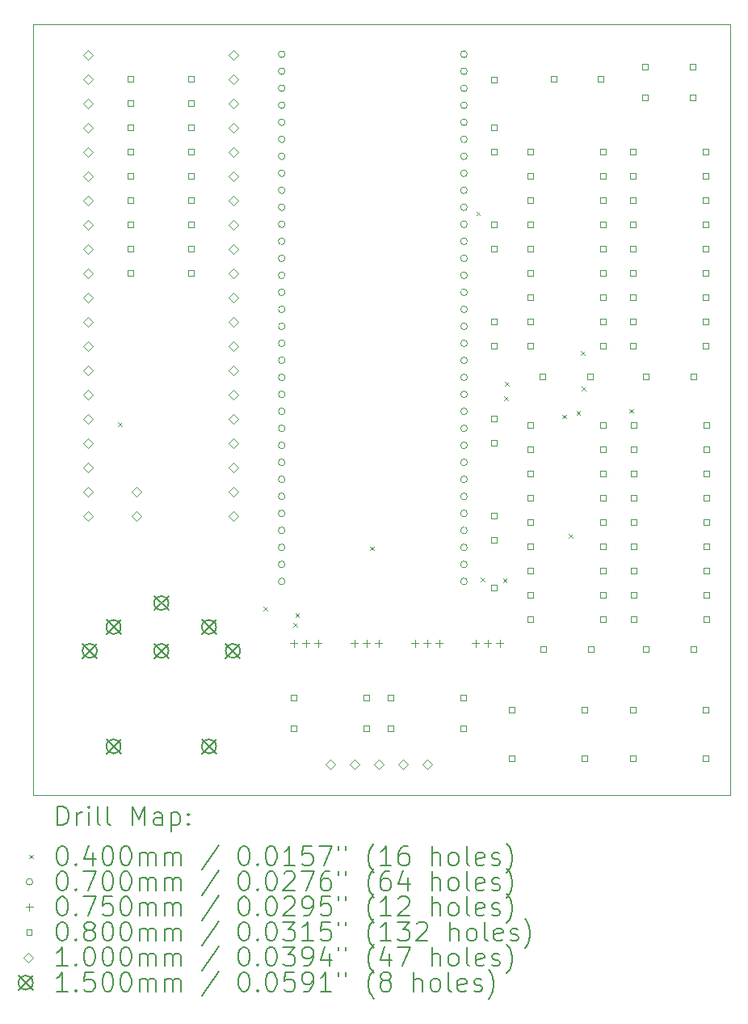
<source format=gbr>
%TF.GenerationSoftware,KiCad,Pcbnew,7.0.7*%
%TF.CreationDate,2024-08-07T00:19:32-05:00*%
%TF.ProjectId,TMS2V,544d5332-562e-46b6-9963-61645f706362,rev?*%
%TF.SameCoordinates,Original*%
%TF.FileFunction,Drillmap*%
%TF.FilePolarity,Positive*%
%FSLAX45Y45*%
G04 Gerber Fmt 4.5, Leading zero omitted, Abs format (unit mm)*
G04 Created by KiCad (PCBNEW 7.0.7) date 2024-08-07 00:19:32*
%MOMM*%
%LPD*%
G01*
G04 APERTURE LIST*
%ADD10C,0.100000*%
%ADD11C,0.200000*%
%ADD12C,0.040000*%
%ADD13C,0.070000*%
%ADD14C,0.075000*%
%ADD15C,0.080000*%
%ADD16C,0.150000*%
G04 APERTURE END LIST*
D10*
X11684000Y-7239000D02*
X18986500Y-7239000D01*
X18986500Y-15303500D01*
X11684000Y-15303500D01*
X11684000Y-7239000D01*
D11*
D12*
X12571650Y-11401350D02*
X12611650Y-11441350D01*
X12611650Y-11401350D02*
X12571650Y-11441350D01*
X14093320Y-13331350D02*
X14133320Y-13371350D01*
X14133320Y-13331350D02*
X14093320Y-13371350D01*
X14412180Y-13503280D02*
X14452180Y-13543280D01*
X14452180Y-13503280D02*
X14412180Y-13543280D01*
X14430400Y-13401300D02*
X14470400Y-13441300D01*
X14470400Y-13401300D02*
X14430400Y-13441300D01*
X15212570Y-12702630D02*
X15252570Y-12742630D01*
X15252570Y-12702630D02*
X15212570Y-12742630D01*
X16326940Y-9197630D02*
X16366940Y-9237630D01*
X16366940Y-9197630D02*
X16326940Y-9237630D01*
X16371030Y-13030060D02*
X16411030Y-13070060D01*
X16411030Y-13030060D02*
X16371030Y-13070060D01*
X16607480Y-13035590D02*
X16647480Y-13075590D01*
X16647480Y-13035590D02*
X16607480Y-13075590D01*
X16621350Y-11135560D02*
X16661350Y-11175560D01*
X16661350Y-11135560D02*
X16621350Y-11175560D01*
X16625940Y-10983220D02*
X16665940Y-11023220D01*
X16665940Y-10983220D02*
X16625940Y-11023220D01*
X17225640Y-11322650D02*
X17265640Y-11362650D01*
X17265640Y-11322650D02*
X17225640Y-11362650D01*
X17298190Y-12574830D02*
X17338190Y-12614830D01*
X17338190Y-12574830D02*
X17298190Y-12614830D01*
X17377010Y-11284700D02*
X17417010Y-11324700D01*
X17417010Y-11284700D02*
X17377010Y-11324700D01*
X17421890Y-10656850D02*
X17461890Y-10696850D01*
X17461890Y-10656850D02*
X17421890Y-10696850D01*
X17430900Y-11034020D02*
X17470900Y-11074020D01*
X17470900Y-11034020D02*
X17430900Y-11074020D01*
X17934160Y-11264000D02*
X17974160Y-11304000D01*
X17974160Y-11264000D02*
X17934160Y-11304000D01*
D13*
X14322500Y-7550500D02*
G75*
G03*
X14322500Y-7550500I-35000J0D01*
G01*
X14322500Y-7728500D02*
G75*
G03*
X14322500Y-7728500I-35000J0D01*
G01*
X14322500Y-7906500D02*
G75*
G03*
X14322500Y-7906500I-35000J0D01*
G01*
X14322500Y-8084500D02*
G75*
G03*
X14322500Y-8084500I-35000J0D01*
G01*
X14322500Y-8262500D02*
G75*
G03*
X14322500Y-8262500I-35000J0D01*
G01*
X14322500Y-8440500D02*
G75*
G03*
X14322500Y-8440500I-35000J0D01*
G01*
X14322500Y-8618500D02*
G75*
G03*
X14322500Y-8618500I-35000J0D01*
G01*
X14322500Y-8796500D02*
G75*
G03*
X14322500Y-8796500I-35000J0D01*
G01*
X14322500Y-8974500D02*
G75*
G03*
X14322500Y-8974500I-35000J0D01*
G01*
X14322500Y-9152500D02*
G75*
G03*
X14322500Y-9152500I-35000J0D01*
G01*
X14322500Y-9330500D02*
G75*
G03*
X14322500Y-9330500I-35000J0D01*
G01*
X14322500Y-9508500D02*
G75*
G03*
X14322500Y-9508500I-35000J0D01*
G01*
X14322500Y-9686500D02*
G75*
G03*
X14322500Y-9686500I-35000J0D01*
G01*
X14322500Y-9864500D02*
G75*
G03*
X14322500Y-9864500I-35000J0D01*
G01*
X14322500Y-10042500D02*
G75*
G03*
X14322500Y-10042500I-35000J0D01*
G01*
X14322500Y-10220500D02*
G75*
G03*
X14322500Y-10220500I-35000J0D01*
G01*
X14322500Y-10398500D02*
G75*
G03*
X14322500Y-10398500I-35000J0D01*
G01*
X14322500Y-10576500D02*
G75*
G03*
X14322500Y-10576500I-35000J0D01*
G01*
X14322500Y-10754500D02*
G75*
G03*
X14322500Y-10754500I-35000J0D01*
G01*
X14322500Y-10932500D02*
G75*
G03*
X14322500Y-10932500I-35000J0D01*
G01*
X14322500Y-11110500D02*
G75*
G03*
X14322500Y-11110500I-35000J0D01*
G01*
X14322500Y-11288500D02*
G75*
G03*
X14322500Y-11288500I-35000J0D01*
G01*
X14322500Y-11466500D02*
G75*
G03*
X14322500Y-11466500I-35000J0D01*
G01*
X14322500Y-11644500D02*
G75*
G03*
X14322500Y-11644500I-35000J0D01*
G01*
X14322500Y-11822500D02*
G75*
G03*
X14322500Y-11822500I-35000J0D01*
G01*
X14322500Y-12000500D02*
G75*
G03*
X14322500Y-12000500I-35000J0D01*
G01*
X14322500Y-12178500D02*
G75*
G03*
X14322500Y-12178500I-35000J0D01*
G01*
X14322500Y-12356500D02*
G75*
G03*
X14322500Y-12356500I-35000J0D01*
G01*
X14322500Y-12534500D02*
G75*
G03*
X14322500Y-12534500I-35000J0D01*
G01*
X14322500Y-12712500D02*
G75*
G03*
X14322500Y-12712500I-35000J0D01*
G01*
X14322500Y-12890500D02*
G75*
G03*
X14322500Y-12890500I-35000J0D01*
G01*
X14322500Y-13068500D02*
G75*
G03*
X14322500Y-13068500I-35000J0D01*
G01*
X16232580Y-7550500D02*
G75*
G03*
X16232580Y-7550500I-35000J0D01*
G01*
X16232580Y-7728500D02*
G75*
G03*
X16232580Y-7728500I-35000J0D01*
G01*
X16232580Y-7906500D02*
G75*
G03*
X16232580Y-7906500I-35000J0D01*
G01*
X16232580Y-8084500D02*
G75*
G03*
X16232580Y-8084500I-35000J0D01*
G01*
X16232580Y-8262500D02*
G75*
G03*
X16232580Y-8262500I-35000J0D01*
G01*
X16232580Y-8440500D02*
G75*
G03*
X16232580Y-8440500I-35000J0D01*
G01*
X16232580Y-8618500D02*
G75*
G03*
X16232580Y-8618500I-35000J0D01*
G01*
X16232580Y-8796500D02*
G75*
G03*
X16232580Y-8796500I-35000J0D01*
G01*
X16232580Y-8974500D02*
G75*
G03*
X16232580Y-8974500I-35000J0D01*
G01*
X16232580Y-9152500D02*
G75*
G03*
X16232580Y-9152500I-35000J0D01*
G01*
X16232580Y-9330500D02*
G75*
G03*
X16232580Y-9330500I-35000J0D01*
G01*
X16232580Y-9508500D02*
G75*
G03*
X16232580Y-9508500I-35000J0D01*
G01*
X16232580Y-9686500D02*
G75*
G03*
X16232580Y-9686500I-35000J0D01*
G01*
X16232580Y-9864500D02*
G75*
G03*
X16232580Y-9864500I-35000J0D01*
G01*
X16232580Y-10042500D02*
G75*
G03*
X16232580Y-10042500I-35000J0D01*
G01*
X16232580Y-10220500D02*
G75*
G03*
X16232580Y-10220500I-35000J0D01*
G01*
X16232580Y-10398500D02*
G75*
G03*
X16232580Y-10398500I-35000J0D01*
G01*
X16232580Y-10576500D02*
G75*
G03*
X16232580Y-10576500I-35000J0D01*
G01*
X16232580Y-10754500D02*
G75*
G03*
X16232580Y-10754500I-35000J0D01*
G01*
X16232580Y-10932500D02*
G75*
G03*
X16232580Y-10932500I-35000J0D01*
G01*
X16232580Y-11110500D02*
G75*
G03*
X16232580Y-11110500I-35000J0D01*
G01*
X16232580Y-11288500D02*
G75*
G03*
X16232580Y-11288500I-35000J0D01*
G01*
X16232580Y-11466500D02*
G75*
G03*
X16232580Y-11466500I-35000J0D01*
G01*
X16232580Y-11644500D02*
G75*
G03*
X16232580Y-11644500I-35000J0D01*
G01*
X16232580Y-11822500D02*
G75*
G03*
X16232580Y-11822500I-35000J0D01*
G01*
X16232580Y-12000500D02*
G75*
G03*
X16232580Y-12000500I-35000J0D01*
G01*
X16232580Y-12178500D02*
G75*
G03*
X16232580Y-12178500I-35000J0D01*
G01*
X16232580Y-12356500D02*
G75*
G03*
X16232580Y-12356500I-35000J0D01*
G01*
X16232580Y-12534500D02*
G75*
G03*
X16232580Y-12534500I-35000J0D01*
G01*
X16232580Y-12712500D02*
G75*
G03*
X16232580Y-12712500I-35000J0D01*
G01*
X16232580Y-12890500D02*
G75*
G03*
X16232580Y-12890500I-35000J0D01*
G01*
X16232580Y-13068500D02*
G75*
G03*
X16232580Y-13068500I-35000J0D01*
G01*
D14*
X14414500Y-13678500D02*
X14414500Y-13753500D01*
X14377000Y-13716000D02*
X14452000Y-13716000D01*
X14541500Y-13678500D02*
X14541500Y-13753500D01*
X14504000Y-13716000D02*
X14579000Y-13716000D01*
X14668500Y-13678500D02*
X14668500Y-13753500D01*
X14631000Y-13716000D02*
X14706000Y-13716000D01*
X15049500Y-13678500D02*
X15049500Y-13753500D01*
X15012000Y-13716000D02*
X15087000Y-13716000D01*
X15176500Y-13678500D02*
X15176500Y-13753500D01*
X15139000Y-13716000D02*
X15214000Y-13716000D01*
X15303500Y-13678500D02*
X15303500Y-13753500D01*
X15266000Y-13716000D02*
X15341000Y-13716000D01*
X15684500Y-13678500D02*
X15684500Y-13753500D01*
X15647000Y-13716000D02*
X15722000Y-13716000D01*
X15811500Y-13678500D02*
X15811500Y-13753500D01*
X15774000Y-13716000D02*
X15849000Y-13716000D01*
X15938500Y-13678500D02*
X15938500Y-13753500D01*
X15901000Y-13716000D02*
X15976000Y-13716000D01*
X16319500Y-13678500D02*
X16319500Y-13753500D01*
X16282000Y-13716000D02*
X16357000Y-13716000D01*
X16446500Y-13678500D02*
X16446500Y-13753500D01*
X16409000Y-13716000D02*
X16484000Y-13716000D01*
X16573500Y-13678500D02*
X16573500Y-13753500D01*
X16536000Y-13716000D02*
X16611000Y-13716000D01*
D15*
X12728284Y-7838784D02*
X12728284Y-7782215D01*
X12671715Y-7782215D01*
X12671715Y-7838784D01*
X12728284Y-7838784D01*
X12728284Y-8092784D02*
X12728284Y-8036215D01*
X12671715Y-8036215D01*
X12671715Y-8092784D01*
X12728284Y-8092784D01*
X12728284Y-8346784D02*
X12728284Y-8290215D01*
X12671715Y-8290215D01*
X12671715Y-8346784D01*
X12728284Y-8346784D01*
X12728284Y-8600785D02*
X12728284Y-8544216D01*
X12671715Y-8544216D01*
X12671715Y-8600785D01*
X12728284Y-8600785D01*
X12728284Y-8854785D02*
X12728284Y-8798216D01*
X12671715Y-8798216D01*
X12671715Y-8854785D01*
X12728284Y-8854785D01*
X12728284Y-9108785D02*
X12728284Y-9052216D01*
X12671715Y-9052216D01*
X12671715Y-9108785D01*
X12728284Y-9108785D01*
X12728284Y-9362785D02*
X12728284Y-9306216D01*
X12671715Y-9306216D01*
X12671715Y-9362785D01*
X12728284Y-9362785D01*
X12728284Y-9616785D02*
X12728284Y-9560216D01*
X12671715Y-9560216D01*
X12671715Y-9616785D01*
X12728284Y-9616785D01*
X12728284Y-9870785D02*
X12728284Y-9814216D01*
X12671715Y-9814216D01*
X12671715Y-9870785D01*
X12728284Y-9870785D01*
X13363284Y-7838784D02*
X13363284Y-7782215D01*
X13306715Y-7782215D01*
X13306715Y-7838784D01*
X13363284Y-7838784D01*
X13363284Y-8092784D02*
X13363284Y-8036215D01*
X13306715Y-8036215D01*
X13306715Y-8092784D01*
X13363284Y-8092784D01*
X13363284Y-8346784D02*
X13363284Y-8290215D01*
X13306715Y-8290215D01*
X13306715Y-8346784D01*
X13363284Y-8346784D01*
X13363284Y-8600785D02*
X13363284Y-8544216D01*
X13306715Y-8544216D01*
X13306715Y-8600785D01*
X13363284Y-8600785D01*
X13363284Y-8854785D02*
X13363284Y-8798216D01*
X13306715Y-8798216D01*
X13306715Y-8854785D01*
X13363284Y-8854785D01*
X13363284Y-9108785D02*
X13363284Y-9052216D01*
X13306715Y-9052216D01*
X13306715Y-9108785D01*
X13363284Y-9108785D01*
X13363284Y-9362785D02*
X13363284Y-9306216D01*
X13306715Y-9306216D01*
X13306715Y-9362785D01*
X13363284Y-9362785D01*
X13363284Y-9616785D02*
X13363284Y-9560216D01*
X13306715Y-9560216D01*
X13306715Y-9616785D01*
X13363284Y-9616785D01*
X13363284Y-9870785D02*
X13363284Y-9814216D01*
X13306715Y-9814216D01*
X13306715Y-9870785D01*
X13363284Y-9870785D01*
X14442784Y-14315784D02*
X14442784Y-14259215D01*
X14386215Y-14259215D01*
X14386215Y-14315784D01*
X14442784Y-14315784D01*
X14442784Y-14633284D02*
X14442784Y-14576715D01*
X14386215Y-14576715D01*
X14386215Y-14633284D01*
X14442784Y-14633284D01*
X15204784Y-14315784D02*
X15204784Y-14259215D01*
X15148215Y-14259215D01*
X15148215Y-14315784D01*
X15204784Y-14315784D01*
X15204784Y-14633284D02*
X15204784Y-14576715D01*
X15148215Y-14576715D01*
X15148215Y-14633284D01*
X15204784Y-14633284D01*
X15458784Y-14315784D02*
X15458784Y-14259215D01*
X15402215Y-14259215D01*
X15402215Y-14315784D01*
X15458784Y-14315784D01*
X15458784Y-14633284D02*
X15458784Y-14576715D01*
X15402215Y-14576715D01*
X15402215Y-14633284D01*
X15458784Y-14633284D01*
X16220784Y-14315784D02*
X16220784Y-14259215D01*
X16164215Y-14259215D01*
X16164215Y-14315784D01*
X16220784Y-14315784D01*
X16220784Y-14633284D02*
X16220784Y-14576715D01*
X16164215Y-14576715D01*
X16164215Y-14633284D01*
X16220784Y-14633284D01*
X16538284Y-7842784D02*
X16538284Y-7786215D01*
X16481715Y-7786215D01*
X16481715Y-7842784D01*
X16538284Y-7842784D01*
X16538284Y-8342784D02*
X16538284Y-8286215D01*
X16481715Y-8286215D01*
X16481715Y-8342784D01*
X16538284Y-8342784D01*
X16538284Y-8600785D02*
X16538284Y-8544216D01*
X16481715Y-8544216D01*
X16481715Y-8600785D01*
X16538284Y-8600785D01*
X16538284Y-9362785D02*
X16538284Y-9306216D01*
X16481715Y-9306216D01*
X16481715Y-9362785D01*
X16538284Y-9362785D01*
X16538284Y-9616785D02*
X16538284Y-9560216D01*
X16481715Y-9560216D01*
X16481715Y-9616785D01*
X16538284Y-9616785D01*
X16538284Y-10378785D02*
X16538284Y-10322216D01*
X16481715Y-10322216D01*
X16481715Y-10378785D01*
X16538284Y-10378785D01*
X16538284Y-10632785D02*
X16538284Y-10576216D01*
X16481715Y-10576216D01*
X16481715Y-10632785D01*
X16538284Y-10632785D01*
X16538284Y-11394784D02*
X16538284Y-11338215D01*
X16481715Y-11338215D01*
X16481715Y-11394784D01*
X16538284Y-11394784D01*
X16538284Y-11648784D02*
X16538284Y-11592215D01*
X16481715Y-11592215D01*
X16481715Y-11648784D01*
X16538284Y-11648784D01*
X16538284Y-12410784D02*
X16538284Y-12354215D01*
X16481715Y-12354215D01*
X16481715Y-12410784D01*
X16538284Y-12410784D01*
X16538284Y-12664784D02*
X16538284Y-12608215D01*
X16481715Y-12608215D01*
X16481715Y-12664784D01*
X16538284Y-12664784D01*
X16538284Y-13164784D02*
X16538284Y-13108215D01*
X16481715Y-13108215D01*
X16481715Y-13164784D01*
X16538284Y-13164784D01*
X16728784Y-14442784D02*
X16728784Y-14386215D01*
X16672215Y-14386215D01*
X16672215Y-14442784D01*
X16728784Y-14442784D01*
X16728784Y-14950784D02*
X16728784Y-14894215D01*
X16672215Y-14894215D01*
X16672215Y-14950784D01*
X16728784Y-14950784D01*
X16919285Y-8600785D02*
X16919285Y-8544216D01*
X16862716Y-8544216D01*
X16862716Y-8600785D01*
X16919285Y-8600785D01*
X16919285Y-8854785D02*
X16919285Y-8798216D01*
X16862716Y-8798216D01*
X16862716Y-8854785D01*
X16919285Y-8854785D01*
X16919285Y-9108785D02*
X16919285Y-9052216D01*
X16862716Y-9052216D01*
X16862716Y-9108785D01*
X16919285Y-9108785D01*
X16919285Y-9362785D02*
X16919285Y-9306216D01*
X16862716Y-9306216D01*
X16862716Y-9362785D01*
X16919285Y-9362785D01*
X16919285Y-9616785D02*
X16919285Y-9560216D01*
X16862716Y-9560216D01*
X16862716Y-9616785D01*
X16919285Y-9616785D01*
X16919285Y-9870785D02*
X16919285Y-9814216D01*
X16862716Y-9814216D01*
X16862716Y-9870785D01*
X16919285Y-9870785D01*
X16919285Y-10124785D02*
X16919285Y-10068216D01*
X16862716Y-10068216D01*
X16862716Y-10124785D01*
X16919285Y-10124785D01*
X16919285Y-10378785D02*
X16919285Y-10322216D01*
X16862716Y-10322216D01*
X16862716Y-10378785D01*
X16919285Y-10378785D01*
X16919285Y-10632785D02*
X16919285Y-10576216D01*
X16862716Y-10576216D01*
X16862716Y-10632785D01*
X16919285Y-10632785D01*
X16923285Y-11458284D02*
X16923285Y-11401715D01*
X16866716Y-11401715D01*
X16866716Y-11458284D01*
X16923285Y-11458284D01*
X16923285Y-11712284D02*
X16923285Y-11655715D01*
X16866716Y-11655715D01*
X16866716Y-11712284D01*
X16923285Y-11712284D01*
X16923285Y-11966284D02*
X16923285Y-11909715D01*
X16866716Y-11909715D01*
X16866716Y-11966284D01*
X16923285Y-11966284D01*
X16923285Y-12220284D02*
X16923285Y-12163715D01*
X16866716Y-12163715D01*
X16866716Y-12220284D01*
X16923285Y-12220284D01*
X16923285Y-12474284D02*
X16923285Y-12417715D01*
X16866716Y-12417715D01*
X16866716Y-12474284D01*
X16923285Y-12474284D01*
X16923285Y-12728284D02*
X16923285Y-12671715D01*
X16866716Y-12671715D01*
X16866716Y-12728284D01*
X16923285Y-12728284D01*
X16923285Y-12982284D02*
X16923285Y-12925715D01*
X16866716Y-12925715D01*
X16866716Y-12982284D01*
X16923285Y-12982284D01*
X16923285Y-13236284D02*
X16923285Y-13179715D01*
X16866716Y-13179715D01*
X16866716Y-13236284D01*
X16923285Y-13236284D01*
X16923285Y-13490284D02*
X16923285Y-13433715D01*
X16866716Y-13433715D01*
X16866716Y-13490284D01*
X16923285Y-13490284D01*
X17046285Y-10950285D02*
X17046285Y-10893716D01*
X16989716Y-10893716D01*
X16989716Y-10950285D01*
X17046285Y-10950285D01*
X17054285Y-13807784D02*
X17054285Y-13751215D01*
X16997716Y-13751215D01*
X16997716Y-13807784D01*
X17054285Y-13807784D01*
X17169285Y-7838784D02*
X17169285Y-7782215D01*
X17112716Y-7782215D01*
X17112716Y-7838784D01*
X17169285Y-7838784D01*
X17490785Y-14442784D02*
X17490785Y-14386215D01*
X17434216Y-14386215D01*
X17434216Y-14442784D01*
X17490785Y-14442784D01*
X17490785Y-14950784D02*
X17490785Y-14894215D01*
X17434216Y-14894215D01*
X17434216Y-14950784D01*
X17490785Y-14950784D01*
X17546285Y-10950285D02*
X17546285Y-10893716D01*
X17489716Y-10893716D01*
X17489716Y-10950285D01*
X17546285Y-10950285D01*
X17554285Y-13807784D02*
X17554285Y-13751215D01*
X17497716Y-13751215D01*
X17497716Y-13807784D01*
X17554285Y-13807784D01*
X17657285Y-7838784D02*
X17657285Y-7782215D01*
X17600716Y-7782215D01*
X17600716Y-7838784D01*
X17657285Y-7838784D01*
X17681285Y-8600785D02*
X17681285Y-8544216D01*
X17624716Y-8544216D01*
X17624716Y-8600785D01*
X17681285Y-8600785D01*
X17681285Y-8854785D02*
X17681285Y-8798216D01*
X17624716Y-8798216D01*
X17624716Y-8854785D01*
X17681285Y-8854785D01*
X17681285Y-9108785D02*
X17681285Y-9052216D01*
X17624716Y-9052216D01*
X17624716Y-9108785D01*
X17681285Y-9108785D01*
X17681285Y-9362785D02*
X17681285Y-9306216D01*
X17624716Y-9306216D01*
X17624716Y-9362785D01*
X17681285Y-9362785D01*
X17681285Y-9616785D02*
X17681285Y-9560216D01*
X17624716Y-9560216D01*
X17624716Y-9616785D01*
X17681285Y-9616785D01*
X17681285Y-9870785D02*
X17681285Y-9814216D01*
X17624716Y-9814216D01*
X17624716Y-9870785D01*
X17681285Y-9870785D01*
X17681285Y-10124785D02*
X17681285Y-10068216D01*
X17624716Y-10068216D01*
X17624716Y-10124785D01*
X17681285Y-10124785D01*
X17681285Y-10378785D02*
X17681285Y-10322216D01*
X17624716Y-10322216D01*
X17624716Y-10378785D01*
X17681285Y-10378785D01*
X17681285Y-10632785D02*
X17681285Y-10576216D01*
X17624716Y-10576216D01*
X17624716Y-10632785D01*
X17681285Y-10632785D01*
X17685285Y-11458284D02*
X17685285Y-11401715D01*
X17628716Y-11401715D01*
X17628716Y-11458284D01*
X17685285Y-11458284D01*
X17685285Y-11712284D02*
X17685285Y-11655715D01*
X17628716Y-11655715D01*
X17628716Y-11712284D01*
X17685285Y-11712284D01*
X17685285Y-11966284D02*
X17685285Y-11909715D01*
X17628716Y-11909715D01*
X17628716Y-11966284D01*
X17685285Y-11966284D01*
X17685285Y-12220284D02*
X17685285Y-12163715D01*
X17628716Y-12163715D01*
X17628716Y-12220284D01*
X17685285Y-12220284D01*
X17685285Y-12474284D02*
X17685285Y-12417715D01*
X17628716Y-12417715D01*
X17628716Y-12474284D01*
X17685285Y-12474284D01*
X17685285Y-12728284D02*
X17685285Y-12671715D01*
X17628716Y-12671715D01*
X17628716Y-12728284D01*
X17685285Y-12728284D01*
X17685285Y-12982284D02*
X17685285Y-12925715D01*
X17628716Y-12925715D01*
X17628716Y-12982284D01*
X17685285Y-12982284D01*
X17685285Y-13236284D02*
X17685285Y-13179715D01*
X17628716Y-13179715D01*
X17628716Y-13236284D01*
X17685285Y-13236284D01*
X17685285Y-13490284D02*
X17685285Y-13433715D01*
X17628716Y-13433715D01*
X17628716Y-13490284D01*
X17685285Y-13490284D01*
X17998785Y-8600785D02*
X17998785Y-8544216D01*
X17942216Y-8544216D01*
X17942216Y-8600785D01*
X17998785Y-8600785D01*
X17998785Y-8854785D02*
X17998785Y-8798216D01*
X17942216Y-8798216D01*
X17942216Y-8854785D01*
X17998785Y-8854785D01*
X17998785Y-9108785D02*
X17998785Y-9052216D01*
X17942216Y-9052216D01*
X17942216Y-9108785D01*
X17998785Y-9108785D01*
X17998785Y-9362785D02*
X17998785Y-9306216D01*
X17942216Y-9306216D01*
X17942216Y-9362785D01*
X17998785Y-9362785D01*
X17998785Y-9616785D02*
X17998785Y-9560216D01*
X17942216Y-9560216D01*
X17942216Y-9616785D01*
X17998785Y-9616785D01*
X17998785Y-9870785D02*
X17998785Y-9814216D01*
X17942216Y-9814216D01*
X17942216Y-9870785D01*
X17998785Y-9870785D01*
X17998785Y-10124785D02*
X17998785Y-10068216D01*
X17942216Y-10068216D01*
X17942216Y-10124785D01*
X17998785Y-10124785D01*
X17998785Y-10378785D02*
X17998785Y-10322216D01*
X17942216Y-10322216D01*
X17942216Y-10378785D01*
X17998785Y-10378785D01*
X17998785Y-10632785D02*
X17998785Y-10576216D01*
X17942216Y-10576216D01*
X17942216Y-10632785D01*
X17998785Y-10632785D01*
X17998785Y-14442784D02*
X17998785Y-14386215D01*
X17942216Y-14386215D01*
X17942216Y-14442784D01*
X17998785Y-14442784D01*
X17998785Y-14950784D02*
X17998785Y-14894215D01*
X17942216Y-14894215D01*
X17942216Y-14950784D01*
X17998785Y-14950784D01*
X18002785Y-11458284D02*
X18002785Y-11401715D01*
X17946216Y-11401715D01*
X17946216Y-11458284D01*
X18002785Y-11458284D01*
X18002785Y-11712284D02*
X18002785Y-11655715D01*
X17946216Y-11655715D01*
X17946216Y-11712284D01*
X18002785Y-11712284D01*
X18002785Y-11966284D02*
X18002785Y-11909715D01*
X17946216Y-11909715D01*
X17946216Y-11966284D01*
X18002785Y-11966284D01*
X18002785Y-12220284D02*
X18002785Y-12163715D01*
X17946216Y-12163715D01*
X17946216Y-12220284D01*
X18002785Y-12220284D01*
X18002785Y-12474284D02*
X18002785Y-12417715D01*
X17946216Y-12417715D01*
X17946216Y-12474284D01*
X18002785Y-12474284D01*
X18002785Y-12728284D02*
X18002785Y-12671715D01*
X17946216Y-12671715D01*
X17946216Y-12728284D01*
X18002785Y-12728284D01*
X18002785Y-12982284D02*
X18002785Y-12925715D01*
X17946216Y-12925715D01*
X17946216Y-12982284D01*
X18002785Y-12982284D01*
X18002785Y-13236284D02*
X18002785Y-13179715D01*
X17946216Y-13179715D01*
X17946216Y-13236284D01*
X18002785Y-13236284D01*
X18002785Y-13490284D02*
X18002785Y-13433715D01*
X17946216Y-13433715D01*
X17946216Y-13490284D01*
X18002785Y-13490284D01*
X18125785Y-7711784D02*
X18125785Y-7655215D01*
X18069216Y-7655215D01*
X18069216Y-7711784D01*
X18125785Y-7711784D01*
X18125785Y-8029284D02*
X18125785Y-7972715D01*
X18069216Y-7972715D01*
X18069216Y-8029284D01*
X18125785Y-8029284D01*
X18129785Y-10950285D02*
X18129785Y-10893716D01*
X18073216Y-10893716D01*
X18073216Y-10950285D01*
X18129785Y-10950285D01*
X18133785Y-13807784D02*
X18133785Y-13751215D01*
X18077216Y-13751215D01*
X18077216Y-13807784D01*
X18133785Y-13807784D01*
X18625785Y-7711784D02*
X18625785Y-7655215D01*
X18569216Y-7655215D01*
X18569216Y-7711784D01*
X18625785Y-7711784D01*
X18625785Y-8029284D02*
X18625785Y-7972715D01*
X18569216Y-7972715D01*
X18569216Y-8029284D01*
X18625785Y-8029284D01*
X18629785Y-10950285D02*
X18629785Y-10893716D01*
X18573216Y-10893716D01*
X18573216Y-10950285D01*
X18629785Y-10950285D01*
X18633785Y-13807784D02*
X18633785Y-13751215D01*
X18577216Y-13751215D01*
X18577216Y-13807784D01*
X18633785Y-13807784D01*
X18760785Y-8600785D02*
X18760785Y-8544216D01*
X18704216Y-8544216D01*
X18704216Y-8600785D01*
X18760785Y-8600785D01*
X18760785Y-8854785D02*
X18760785Y-8798216D01*
X18704216Y-8798216D01*
X18704216Y-8854785D01*
X18760785Y-8854785D01*
X18760785Y-9108785D02*
X18760785Y-9052216D01*
X18704216Y-9052216D01*
X18704216Y-9108785D01*
X18760785Y-9108785D01*
X18760785Y-9362785D02*
X18760785Y-9306216D01*
X18704216Y-9306216D01*
X18704216Y-9362785D01*
X18760785Y-9362785D01*
X18760785Y-9616785D02*
X18760785Y-9560216D01*
X18704216Y-9560216D01*
X18704216Y-9616785D01*
X18760785Y-9616785D01*
X18760785Y-9870785D02*
X18760785Y-9814216D01*
X18704216Y-9814216D01*
X18704216Y-9870785D01*
X18760785Y-9870785D01*
X18760785Y-10124785D02*
X18760785Y-10068216D01*
X18704216Y-10068216D01*
X18704216Y-10124785D01*
X18760785Y-10124785D01*
X18760785Y-10378785D02*
X18760785Y-10322216D01*
X18704216Y-10322216D01*
X18704216Y-10378785D01*
X18760785Y-10378785D01*
X18760785Y-10632785D02*
X18760785Y-10576216D01*
X18704216Y-10576216D01*
X18704216Y-10632785D01*
X18760785Y-10632785D01*
X18760785Y-14442784D02*
X18760785Y-14386215D01*
X18704216Y-14386215D01*
X18704216Y-14442784D01*
X18760785Y-14442784D01*
X18760785Y-14950784D02*
X18760785Y-14894215D01*
X18704216Y-14894215D01*
X18704216Y-14950784D01*
X18760785Y-14950784D01*
X18764785Y-11458284D02*
X18764785Y-11401715D01*
X18708216Y-11401715D01*
X18708216Y-11458284D01*
X18764785Y-11458284D01*
X18764785Y-11712284D02*
X18764785Y-11655715D01*
X18708216Y-11655715D01*
X18708216Y-11712284D01*
X18764785Y-11712284D01*
X18764785Y-11966284D02*
X18764785Y-11909715D01*
X18708216Y-11909715D01*
X18708216Y-11966284D01*
X18764785Y-11966284D01*
X18764785Y-12220284D02*
X18764785Y-12163715D01*
X18708216Y-12163715D01*
X18708216Y-12220284D01*
X18764785Y-12220284D01*
X18764785Y-12474284D02*
X18764785Y-12417715D01*
X18708216Y-12417715D01*
X18708216Y-12474284D01*
X18764785Y-12474284D01*
X18764785Y-12728284D02*
X18764785Y-12671715D01*
X18708216Y-12671715D01*
X18708216Y-12728284D01*
X18764785Y-12728284D01*
X18764785Y-12982284D02*
X18764785Y-12925715D01*
X18708216Y-12925715D01*
X18708216Y-12982284D01*
X18764785Y-12982284D01*
X18764785Y-13236284D02*
X18764785Y-13179715D01*
X18708216Y-13179715D01*
X18708216Y-13236284D01*
X18764785Y-13236284D01*
X18764785Y-13490284D02*
X18764785Y-13433715D01*
X18708216Y-13433715D01*
X18708216Y-13490284D01*
X18764785Y-13490284D01*
D10*
X12255500Y-7606500D02*
X12305500Y-7556500D01*
X12255500Y-7506500D01*
X12205500Y-7556500D01*
X12255500Y-7606500D01*
X12255500Y-7860500D02*
X12305500Y-7810500D01*
X12255500Y-7760500D01*
X12205500Y-7810500D01*
X12255500Y-7860500D01*
X12255500Y-8114500D02*
X12305500Y-8064500D01*
X12255500Y-8014500D01*
X12205500Y-8064500D01*
X12255500Y-8114500D01*
X12255500Y-8368500D02*
X12305500Y-8318500D01*
X12255500Y-8268500D01*
X12205500Y-8318500D01*
X12255500Y-8368500D01*
X12255500Y-8622500D02*
X12305500Y-8572500D01*
X12255500Y-8522500D01*
X12205500Y-8572500D01*
X12255500Y-8622500D01*
X12255500Y-8876500D02*
X12305500Y-8826500D01*
X12255500Y-8776500D01*
X12205500Y-8826500D01*
X12255500Y-8876500D01*
X12255500Y-9130500D02*
X12305500Y-9080500D01*
X12255500Y-9030500D01*
X12205500Y-9080500D01*
X12255500Y-9130500D01*
X12255500Y-9384500D02*
X12305500Y-9334500D01*
X12255500Y-9284500D01*
X12205500Y-9334500D01*
X12255500Y-9384500D01*
X12255500Y-9638500D02*
X12305500Y-9588500D01*
X12255500Y-9538500D01*
X12205500Y-9588500D01*
X12255500Y-9638500D01*
X12255500Y-9892500D02*
X12305500Y-9842500D01*
X12255500Y-9792500D01*
X12205500Y-9842500D01*
X12255500Y-9892500D01*
X12255500Y-10146500D02*
X12305500Y-10096500D01*
X12255500Y-10046500D01*
X12205500Y-10096500D01*
X12255500Y-10146500D01*
X12255500Y-10400500D02*
X12305500Y-10350500D01*
X12255500Y-10300500D01*
X12205500Y-10350500D01*
X12255500Y-10400500D01*
X12255500Y-10654500D02*
X12305500Y-10604500D01*
X12255500Y-10554500D01*
X12205500Y-10604500D01*
X12255500Y-10654500D01*
X12255500Y-10908500D02*
X12305500Y-10858500D01*
X12255500Y-10808500D01*
X12205500Y-10858500D01*
X12255500Y-10908500D01*
X12255500Y-11162500D02*
X12305500Y-11112500D01*
X12255500Y-11062500D01*
X12205500Y-11112500D01*
X12255500Y-11162500D01*
X12255500Y-11416500D02*
X12305500Y-11366500D01*
X12255500Y-11316500D01*
X12205500Y-11366500D01*
X12255500Y-11416500D01*
X12255500Y-11670500D02*
X12305500Y-11620500D01*
X12255500Y-11570500D01*
X12205500Y-11620500D01*
X12255500Y-11670500D01*
X12255500Y-11924500D02*
X12305500Y-11874500D01*
X12255500Y-11824500D01*
X12205500Y-11874500D01*
X12255500Y-11924500D01*
X12255500Y-12178500D02*
X12305500Y-12128500D01*
X12255500Y-12078500D01*
X12205500Y-12128500D01*
X12255500Y-12178500D01*
X12255500Y-12432500D02*
X12305500Y-12382500D01*
X12255500Y-12332500D01*
X12205500Y-12382500D01*
X12255500Y-12432500D01*
X12763500Y-12178000D02*
X12813500Y-12128000D01*
X12763500Y-12078000D01*
X12713500Y-12128000D01*
X12763500Y-12178000D01*
X12763500Y-12432000D02*
X12813500Y-12382000D01*
X12763500Y-12332000D01*
X12713500Y-12382000D01*
X12763500Y-12432000D01*
X13779500Y-7606500D02*
X13829500Y-7556500D01*
X13779500Y-7506500D01*
X13729500Y-7556500D01*
X13779500Y-7606500D01*
X13779500Y-7860500D02*
X13829500Y-7810500D01*
X13779500Y-7760500D01*
X13729500Y-7810500D01*
X13779500Y-7860500D01*
X13779500Y-8114500D02*
X13829500Y-8064500D01*
X13779500Y-8014500D01*
X13729500Y-8064500D01*
X13779500Y-8114500D01*
X13779500Y-8368500D02*
X13829500Y-8318500D01*
X13779500Y-8268500D01*
X13729500Y-8318500D01*
X13779500Y-8368500D01*
X13779500Y-8622500D02*
X13829500Y-8572500D01*
X13779500Y-8522500D01*
X13729500Y-8572500D01*
X13779500Y-8622500D01*
X13779500Y-8876500D02*
X13829500Y-8826500D01*
X13779500Y-8776500D01*
X13729500Y-8826500D01*
X13779500Y-8876500D01*
X13779500Y-9130500D02*
X13829500Y-9080500D01*
X13779500Y-9030500D01*
X13729500Y-9080500D01*
X13779500Y-9130500D01*
X13779500Y-9384500D02*
X13829500Y-9334500D01*
X13779500Y-9284500D01*
X13729500Y-9334500D01*
X13779500Y-9384500D01*
X13779500Y-9638500D02*
X13829500Y-9588500D01*
X13779500Y-9538500D01*
X13729500Y-9588500D01*
X13779500Y-9638500D01*
X13779500Y-9892500D02*
X13829500Y-9842500D01*
X13779500Y-9792500D01*
X13729500Y-9842500D01*
X13779500Y-9892500D01*
X13779500Y-10146500D02*
X13829500Y-10096500D01*
X13779500Y-10046500D01*
X13729500Y-10096500D01*
X13779500Y-10146500D01*
X13779500Y-10400500D02*
X13829500Y-10350500D01*
X13779500Y-10300500D01*
X13729500Y-10350500D01*
X13779500Y-10400500D01*
X13779500Y-10654500D02*
X13829500Y-10604500D01*
X13779500Y-10554500D01*
X13729500Y-10604500D01*
X13779500Y-10654500D01*
X13779500Y-10908500D02*
X13829500Y-10858500D01*
X13779500Y-10808500D01*
X13729500Y-10858500D01*
X13779500Y-10908500D01*
X13779500Y-11162500D02*
X13829500Y-11112500D01*
X13779500Y-11062500D01*
X13729500Y-11112500D01*
X13779500Y-11162500D01*
X13779500Y-11416500D02*
X13829500Y-11366500D01*
X13779500Y-11316500D01*
X13729500Y-11366500D01*
X13779500Y-11416500D01*
X13779500Y-11670500D02*
X13829500Y-11620500D01*
X13779500Y-11570500D01*
X13729500Y-11620500D01*
X13779500Y-11670500D01*
X13779500Y-11924500D02*
X13829500Y-11874500D01*
X13779500Y-11824500D01*
X13729500Y-11874500D01*
X13779500Y-11924500D01*
X13779500Y-12178500D02*
X13829500Y-12128500D01*
X13779500Y-12078500D01*
X13729500Y-12128500D01*
X13779500Y-12178500D01*
X13779500Y-12432500D02*
X13829500Y-12382500D01*
X13779500Y-12332500D01*
X13729500Y-12382500D01*
X13779500Y-12432500D01*
X14795500Y-15036000D02*
X14845500Y-14986000D01*
X14795500Y-14936000D01*
X14745500Y-14986000D01*
X14795500Y-15036000D01*
X15049500Y-15036000D02*
X15099500Y-14986000D01*
X15049500Y-14936000D01*
X14999500Y-14986000D01*
X15049500Y-15036000D01*
X15303500Y-15036000D02*
X15353500Y-14986000D01*
X15303500Y-14936000D01*
X15253500Y-14986000D01*
X15303500Y-15036000D01*
X15557500Y-15036000D02*
X15607500Y-14986000D01*
X15557500Y-14936000D01*
X15507500Y-14986000D01*
X15557500Y-15036000D01*
X15811500Y-15036000D02*
X15861500Y-14986000D01*
X15811500Y-14936000D01*
X15761500Y-14986000D01*
X15811500Y-15036000D01*
D16*
X12200500Y-13720500D02*
X12350500Y-13870500D01*
X12350500Y-13720500D02*
X12200500Y-13870500D01*
X12350500Y-13795500D02*
G75*
G03*
X12350500Y-13795500I-75000J0D01*
G01*
X12450500Y-13470500D02*
X12600500Y-13620500D01*
X12600500Y-13470500D02*
X12450500Y-13620500D01*
X12600500Y-13545500D02*
G75*
G03*
X12600500Y-13545500I-75000J0D01*
G01*
X12450500Y-14720500D02*
X12600500Y-14870500D01*
X12600500Y-14720500D02*
X12450500Y-14870500D01*
X12600500Y-14795500D02*
G75*
G03*
X12600500Y-14795500I-75000J0D01*
G01*
X12950500Y-13220500D02*
X13100500Y-13370500D01*
X13100500Y-13220500D02*
X12950500Y-13370500D01*
X13100500Y-13295500D02*
G75*
G03*
X13100500Y-13295500I-75000J0D01*
G01*
X12950500Y-13720500D02*
X13100500Y-13870500D01*
X13100500Y-13720500D02*
X12950500Y-13870500D01*
X13100500Y-13795500D02*
G75*
G03*
X13100500Y-13795500I-75000J0D01*
G01*
X13450500Y-13470500D02*
X13600500Y-13620500D01*
X13600500Y-13470500D02*
X13450500Y-13620500D01*
X13600500Y-13545500D02*
G75*
G03*
X13600500Y-13545500I-75000J0D01*
G01*
X13450500Y-14720500D02*
X13600500Y-14870500D01*
X13600500Y-14720500D02*
X13450500Y-14870500D01*
X13600500Y-14795500D02*
G75*
G03*
X13600500Y-14795500I-75000J0D01*
G01*
X13700500Y-13720500D02*
X13850500Y-13870500D01*
X13850500Y-13720500D02*
X13700500Y-13870500D01*
X13850500Y-13795500D02*
G75*
G03*
X13850500Y-13795500I-75000J0D01*
G01*
D11*
X11939777Y-15619984D02*
X11939777Y-15419984D01*
X11939777Y-15419984D02*
X11987396Y-15419984D01*
X11987396Y-15419984D02*
X12015967Y-15429508D01*
X12015967Y-15429508D02*
X12035015Y-15448555D01*
X12035015Y-15448555D02*
X12044539Y-15467603D01*
X12044539Y-15467603D02*
X12054062Y-15505698D01*
X12054062Y-15505698D02*
X12054062Y-15534269D01*
X12054062Y-15534269D02*
X12044539Y-15572365D01*
X12044539Y-15572365D02*
X12035015Y-15591412D01*
X12035015Y-15591412D02*
X12015967Y-15610460D01*
X12015967Y-15610460D02*
X11987396Y-15619984D01*
X11987396Y-15619984D02*
X11939777Y-15619984D01*
X12139777Y-15619984D02*
X12139777Y-15486650D01*
X12139777Y-15524746D02*
X12149301Y-15505698D01*
X12149301Y-15505698D02*
X12158824Y-15496174D01*
X12158824Y-15496174D02*
X12177872Y-15486650D01*
X12177872Y-15486650D02*
X12196920Y-15486650D01*
X12263586Y-15619984D02*
X12263586Y-15486650D01*
X12263586Y-15419984D02*
X12254062Y-15429508D01*
X12254062Y-15429508D02*
X12263586Y-15439031D01*
X12263586Y-15439031D02*
X12273110Y-15429508D01*
X12273110Y-15429508D02*
X12263586Y-15419984D01*
X12263586Y-15419984D02*
X12263586Y-15439031D01*
X12387396Y-15619984D02*
X12368348Y-15610460D01*
X12368348Y-15610460D02*
X12358824Y-15591412D01*
X12358824Y-15591412D02*
X12358824Y-15419984D01*
X12492158Y-15619984D02*
X12473110Y-15610460D01*
X12473110Y-15610460D02*
X12463586Y-15591412D01*
X12463586Y-15591412D02*
X12463586Y-15419984D01*
X12720729Y-15619984D02*
X12720729Y-15419984D01*
X12720729Y-15419984D02*
X12787396Y-15562841D01*
X12787396Y-15562841D02*
X12854062Y-15419984D01*
X12854062Y-15419984D02*
X12854062Y-15619984D01*
X13035015Y-15619984D02*
X13035015Y-15515222D01*
X13035015Y-15515222D02*
X13025491Y-15496174D01*
X13025491Y-15496174D02*
X13006443Y-15486650D01*
X13006443Y-15486650D02*
X12968348Y-15486650D01*
X12968348Y-15486650D02*
X12949301Y-15496174D01*
X13035015Y-15610460D02*
X13015967Y-15619984D01*
X13015967Y-15619984D02*
X12968348Y-15619984D01*
X12968348Y-15619984D02*
X12949301Y-15610460D01*
X12949301Y-15610460D02*
X12939777Y-15591412D01*
X12939777Y-15591412D02*
X12939777Y-15572365D01*
X12939777Y-15572365D02*
X12949301Y-15553317D01*
X12949301Y-15553317D02*
X12968348Y-15543793D01*
X12968348Y-15543793D02*
X13015967Y-15543793D01*
X13015967Y-15543793D02*
X13035015Y-15534269D01*
X13130253Y-15486650D02*
X13130253Y-15686650D01*
X13130253Y-15496174D02*
X13149301Y-15486650D01*
X13149301Y-15486650D02*
X13187396Y-15486650D01*
X13187396Y-15486650D02*
X13206443Y-15496174D01*
X13206443Y-15496174D02*
X13215967Y-15505698D01*
X13215967Y-15505698D02*
X13225491Y-15524746D01*
X13225491Y-15524746D02*
X13225491Y-15581888D01*
X13225491Y-15581888D02*
X13215967Y-15600936D01*
X13215967Y-15600936D02*
X13206443Y-15610460D01*
X13206443Y-15610460D02*
X13187396Y-15619984D01*
X13187396Y-15619984D02*
X13149301Y-15619984D01*
X13149301Y-15619984D02*
X13130253Y-15610460D01*
X13311205Y-15600936D02*
X13320729Y-15610460D01*
X13320729Y-15610460D02*
X13311205Y-15619984D01*
X13311205Y-15619984D02*
X13301682Y-15610460D01*
X13301682Y-15610460D02*
X13311205Y-15600936D01*
X13311205Y-15600936D02*
X13311205Y-15619984D01*
X13311205Y-15496174D02*
X13320729Y-15505698D01*
X13320729Y-15505698D02*
X13311205Y-15515222D01*
X13311205Y-15515222D02*
X13301682Y-15505698D01*
X13301682Y-15505698D02*
X13311205Y-15496174D01*
X13311205Y-15496174D02*
X13311205Y-15515222D01*
D12*
X11639000Y-15928500D02*
X11679000Y-15968500D01*
X11679000Y-15928500D02*
X11639000Y-15968500D01*
D11*
X11977872Y-15839984D02*
X11996920Y-15839984D01*
X11996920Y-15839984D02*
X12015967Y-15849508D01*
X12015967Y-15849508D02*
X12025491Y-15859031D01*
X12025491Y-15859031D02*
X12035015Y-15878079D01*
X12035015Y-15878079D02*
X12044539Y-15916174D01*
X12044539Y-15916174D02*
X12044539Y-15963793D01*
X12044539Y-15963793D02*
X12035015Y-16001888D01*
X12035015Y-16001888D02*
X12025491Y-16020936D01*
X12025491Y-16020936D02*
X12015967Y-16030460D01*
X12015967Y-16030460D02*
X11996920Y-16039984D01*
X11996920Y-16039984D02*
X11977872Y-16039984D01*
X11977872Y-16039984D02*
X11958824Y-16030460D01*
X11958824Y-16030460D02*
X11949301Y-16020936D01*
X11949301Y-16020936D02*
X11939777Y-16001888D01*
X11939777Y-16001888D02*
X11930253Y-15963793D01*
X11930253Y-15963793D02*
X11930253Y-15916174D01*
X11930253Y-15916174D02*
X11939777Y-15878079D01*
X11939777Y-15878079D02*
X11949301Y-15859031D01*
X11949301Y-15859031D02*
X11958824Y-15849508D01*
X11958824Y-15849508D02*
X11977872Y-15839984D01*
X12130253Y-16020936D02*
X12139777Y-16030460D01*
X12139777Y-16030460D02*
X12130253Y-16039984D01*
X12130253Y-16039984D02*
X12120729Y-16030460D01*
X12120729Y-16030460D02*
X12130253Y-16020936D01*
X12130253Y-16020936D02*
X12130253Y-16039984D01*
X12311205Y-15906650D02*
X12311205Y-16039984D01*
X12263586Y-15830460D02*
X12215967Y-15973317D01*
X12215967Y-15973317D02*
X12339777Y-15973317D01*
X12454062Y-15839984D02*
X12473110Y-15839984D01*
X12473110Y-15839984D02*
X12492158Y-15849508D01*
X12492158Y-15849508D02*
X12501682Y-15859031D01*
X12501682Y-15859031D02*
X12511205Y-15878079D01*
X12511205Y-15878079D02*
X12520729Y-15916174D01*
X12520729Y-15916174D02*
X12520729Y-15963793D01*
X12520729Y-15963793D02*
X12511205Y-16001888D01*
X12511205Y-16001888D02*
X12501682Y-16020936D01*
X12501682Y-16020936D02*
X12492158Y-16030460D01*
X12492158Y-16030460D02*
X12473110Y-16039984D01*
X12473110Y-16039984D02*
X12454062Y-16039984D01*
X12454062Y-16039984D02*
X12435015Y-16030460D01*
X12435015Y-16030460D02*
X12425491Y-16020936D01*
X12425491Y-16020936D02*
X12415967Y-16001888D01*
X12415967Y-16001888D02*
X12406443Y-15963793D01*
X12406443Y-15963793D02*
X12406443Y-15916174D01*
X12406443Y-15916174D02*
X12415967Y-15878079D01*
X12415967Y-15878079D02*
X12425491Y-15859031D01*
X12425491Y-15859031D02*
X12435015Y-15849508D01*
X12435015Y-15849508D02*
X12454062Y-15839984D01*
X12644539Y-15839984D02*
X12663586Y-15839984D01*
X12663586Y-15839984D02*
X12682634Y-15849508D01*
X12682634Y-15849508D02*
X12692158Y-15859031D01*
X12692158Y-15859031D02*
X12701682Y-15878079D01*
X12701682Y-15878079D02*
X12711205Y-15916174D01*
X12711205Y-15916174D02*
X12711205Y-15963793D01*
X12711205Y-15963793D02*
X12701682Y-16001888D01*
X12701682Y-16001888D02*
X12692158Y-16020936D01*
X12692158Y-16020936D02*
X12682634Y-16030460D01*
X12682634Y-16030460D02*
X12663586Y-16039984D01*
X12663586Y-16039984D02*
X12644539Y-16039984D01*
X12644539Y-16039984D02*
X12625491Y-16030460D01*
X12625491Y-16030460D02*
X12615967Y-16020936D01*
X12615967Y-16020936D02*
X12606443Y-16001888D01*
X12606443Y-16001888D02*
X12596920Y-15963793D01*
X12596920Y-15963793D02*
X12596920Y-15916174D01*
X12596920Y-15916174D02*
X12606443Y-15878079D01*
X12606443Y-15878079D02*
X12615967Y-15859031D01*
X12615967Y-15859031D02*
X12625491Y-15849508D01*
X12625491Y-15849508D02*
X12644539Y-15839984D01*
X12796920Y-16039984D02*
X12796920Y-15906650D01*
X12796920Y-15925698D02*
X12806443Y-15916174D01*
X12806443Y-15916174D02*
X12825491Y-15906650D01*
X12825491Y-15906650D02*
X12854063Y-15906650D01*
X12854063Y-15906650D02*
X12873110Y-15916174D01*
X12873110Y-15916174D02*
X12882634Y-15935222D01*
X12882634Y-15935222D02*
X12882634Y-16039984D01*
X12882634Y-15935222D02*
X12892158Y-15916174D01*
X12892158Y-15916174D02*
X12911205Y-15906650D01*
X12911205Y-15906650D02*
X12939777Y-15906650D01*
X12939777Y-15906650D02*
X12958824Y-15916174D01*
X12958824Y-15916174D02*
X12968348Y-15935222D01*
X12968348Y-15935222D02*
X12968348Y-16039984D01*
X13063586Y-16039984D02*
X13063586Y-15906650D01*
X13063586Y-15925698D02*
X13073110Y-15916174D01*
X13073110Y-15916174D02*
X13092158Y-15906650D01*
X13092158Y-15906650D02*
X13120729Y-15906650D01*
X13120729Y-15906650D02*
X13139777Y-15916174D01*
X13139777Y-15916174D02*
X13149301Y-15935222D01*
X13149301Y-15935222D02*
X13149301Y-16039984D01*
X13149301Y-15935222D02*
X13158824Y-15916174D01*
X13158824Y-15916174D02*
X13177872Y-15906650D01*
X13177872Y-15906650D02*
X13206443Y-15906650D01*
X13206443Y-15906650D02*
X13225491Y-15916174D01*
X13225491Y-15916174D02*
X13235015Y-15935222D01*
X13235015Y-15935222D02*
X13235015Y-16039984D01*
X13625491Y-15830460D02*
X13454063Y-16087603D01*
X13882634Y-15839984D02*
X13901682Y-15839984D01*
X13901682Y-15839984D02*
X13920729Y-15849508D01*
X13920729Y-15849508D02*
X13930253Y-15859031D01*
X13930253Y-15859031D02*
X13939777Y-15878079D01*
X13939777Y-15878079D02*
X13949301Y-15916174D01*
X13949301Y-15916174D02*
X13949301Y-15963793D01*
X13949301Y-15963793D02*
X13939777Y-16001888D01*
X13939777Y-16001888D02*
X13930253Y-16020936D01*
X13930253Y-16020936D02*
X13920729Y-16030460D01*
X13920729Y-16030460D02*
X13901682Y-16039984D01*
X13901682Y-16039984D02*
X13882634Y-16039984D01*
X13882634Y-16039984D02*
X13863586Y-16030460D01*
X13863586Y-16030460D02*
X13854063Y-16020936D01*
X13854063Y-16020936D02*
X13844539Y-16001888D01*
X13844539Y-16001888D02*
X13835015Y-15963793D01*
X13835015Y-15963793D02*
X13835015Y-15916174D01*
X13835015Y-15916174D02*
X13844539Y-15878079D01*
X13844539Y-15878079D02*
X13854063Y-15859031D01*
X13854063Y-15859031D02*
X13863586Y-15849508D01*
X13863586Y-15849508D02*
X13882634Y-15839984D01*
X14035015Y-16020936D02*
X14044539Y-16030460D01*
X14044539Y-16030460D02*
X14035015Y-16039984D01*
X14035015Y-16039984D02*
X14025491Y-16030460D01*
X14025491Y-16030460D02*
X14035015Y-16020936D01*
X14035015Y-16020936D02*
X14035015Y-16039984D01*
X14168348Y-15839984D02*
X14187396Y-15839984D01*
X14187396Y-15839984D02*
X14206444Y-15849508D01*
X14206444Y-15849508D02*
X14215967Y-15859031D01*
X14215967Y-15859031D02*
X14225491Y-15878079D01*
X14225491Y-15878079D02*
X14235015Y-15916174D01*
X14235015Y-15916174D02*
X14235015Y-15963793D01*
X14235015Y-15963793D02*
X14225491Y-16001888D01*
X14225491Y-16001888D02*
X14215967Y-16020936D01*
X14215967Y-16020936D02*
X14206444Y-16030460D01*
X14206444Y-16030460D02*
X14187396Y-16039984D01*
X14187396Y-16039984D02*
X14168348Y-16039984D01*
X14168348Y-16039984D02*
X14149301Y-16030460D01*
X14149301Y-16030460D02*
X14139777Y-16020936D01*
X14139777Y-16020936D02*
X14130253Y-16001888D01*
X14130253Y-16001888D02*
X14120729Y-15963793D01*
X14120729Y-15963793D02*
X14120729Y-15916174D01*
X14120729Y-15916174D02*
X14130253Y-15878079D01*
X14130253Y-15878079D02*
X14139777Y-15859031D01*
X14139777Y-15859031D02*
X14149301Y-15849508D01*
X14149301Y-15849508D02*
X14168348Y-15839984D01*
X14425491Y-16039984D02*
X14311206Y-16039984D01*
X14368348Y-16039984D02*
X14368348Y-15839984D01*
X14368348Y-15839984D02*
X14349301Y-15868555D01*
X14349301Y-15868555D02*
X14330253Y-15887603D01*
X14330253Y-15887603D02*
X14311206Y-15897127D01*
X14606444Y-15839984D02*
X14511206Y-15839984D01*
X14511206Y-15839984D02*
X14501682Y-15935222D01*
X14501682Y-15935222D02*
X14511206Y-15925698D01*
X14511206Y-15925698D02*
X14530253Y-15916174D01*
X14530253Y-15916174D02*
X14577872Y-15916174D01*
X14577872Y-15916174D02*
X14596920Y-15925698D01*
X14596920Y-15925698D02*
X14606444Y-15935222D01*
X14606444Y-15935222D02*
X14615967Y-15954269D01*
X14615967Y-15954269D02*
X14615967Y-16001888D01*
X14615967Y-16001888D02*
X14606444Y-16020936D01*
X14606444Y-16020936D02*
X14596920Y-16030460D01*
X14596920Y-16030460D02*
X14577872Y-16039984D01*
X14577872Y-16039984D02*
X14530253Y-16039984D01*
X14530253Y-16039984D02*
X14511206Y-16030460D01*
X14511206Y-16030460D02*
X14501682Y-16020936D01*
X14682634Y-15839984D02*
X14815967Y-15839984D01*
X14815967Y-15839984D02*
X14730253Y-16039984D01*
X14882634Y-15839984D02*
X14882634Y-15878079D01*
X14958825Y-15839984D02*
X14958825Y-15878079D01*
X15254063Y-16116174D02*
X15244539Y-16106650D01*
X15244539Y-16106650D02*
X15225491Y-16078079D01*
X15225491Y-16078079D02*
X15215968Y-16059031D01*
X15215968Y-16059031D02*
X15206444Y-16030460D01*
X15206444Y-16030460D02*
X15196920Y-15982841D01*
X15196920Y-15982841D02*
X15196920Y-15944746D01*
X15196920Y-15944746D02*
X15206444Y-15897127D01*
X15206444Y-15897127D02*
X15215968Y-15868555D01*
X15215968Y-15868555D02*
X15225491Y-15849508D01*
X15225491Y-15849508D02*
X15244539Y-15820936D01*
X15244539Y-15820936D02*
X15254063Y-15811412D01*
X15435015Y-16039984D02*
X15320729Y-16039984D01*
X15377872Y-16039984D02*
X15377872Y-15839984D01*
X15377872Y-15839984D02*
X15358825Y-15868555D01*
X15358825Y-15868555D02*
X15339777Y-15887603D01*
X15339777Y-15887603D02*
X15320729Y-15897127D01*
X15606444Y-15839984D02*
X15568348Y-15839984D01*
X15568348Y-15839984D02*
X15549301Y-15849508D01*
X15549301Y-15849508D02*
X15539777Y-15859031D01*
X15539777Y-15859031D02*
X15520729Y-15887603D01*
X15520729Y-15887603D02*
X15511206Y-15925698D01*
X15511206Y-15925698D02*
X15511206Y-16001888D01*
X15511206Y-16001888D02*
X15520729Y-16020936D01*
X15520729Y-16020936D02*
X15530253Y-16030460D01*
X15530253Y-16030460D02*
X15549301Y-16039984D01*
X15549301Y-16039984D02*
X15587396Y-16039984D01*
X15587396Y-16039984D02*
X15606444Y-16030460D01*
X15606444Y-16030460D02*
X15615968Y-16020936D01*
X15615968Y-16020936D02*
X15625491Y-16001888D01*
X15625491Y-16001888D02*
X15625491Y-15954269D01*
X15625491Y-15954269D02*
X15615968Y-15935222D01*
X15615968Y-15935222D02*
X15606444Y-15925698D01*
X15606444Y-15925698D02*
X15587396Y-15916174D01*
X15587396Y-15916174D02*
X15549301Y-15916174D01*
X15549301Y-15916174D02*
X15530253Y-15925698D01*
X15530253Y-15925698D02*
X15520729Y-15935222D01*
X15520729Y-15935222D02*
X15511206Y-15954269D01*
X15863587Y-16039984D02*
X15863587Y-15839984D01*
X15949301Y-16039984D02*
X15949301Y-15935222D01*
X15949301Y-15935222D02*
X15939777Y-15916174D01*
X15939777Y-15916174D02*
X15920730Y-15906650D01*
X15920730Y-15906650D02*
X15892158Y-15906650D01*
X15892158Y-15906650D02*
X15873110Y-15916174D01*
X15873110Y-15916174D02*
X15863587Y-15925698D01*
X16073110Y-16039984D02*
X16054063Y-16030460D01*
X16054063Y-16030460D02*
X16044539Y-16020936D01*
X16044539Y-16020936D02*
X16035015Y-16001888D01*
X16035015Y-16001888D02*
X16035015Y-15944746D01*
X16035015Y-15944746D02*
X16044539Y-15925698D01*
X16044539Y-15925698D02*
X16054063Y-15916174D01*
X16054063Y-15916174D02*
X16073110Y-15906650D01*
X16073110Y-15906650D02*
X16101682Y-15906650D01*
X16101682Y-15906650D02*
X16120730Y-15916174D01*
X16120730Y-15916174D02*
X16130253Y-15925698D01*
X16130253Y-15925698D02*
X16139777Y-15944746D01*
X16139777Y-15944746D02*
X16139777Y-16001888D01*
X16139777Y-16001888D02*
X16130253Y-16020936D01*
X16130253Y-16020936D02*
X16120730Y-16030460D01*
X16120730Y-16030460D02*
X16101682Y-16039984D01*
X16101682Y-16039984D02*
X16073110Y-16039984D01*
X16254063Y-16039984D02*
X16235015Y-16030460D01*
X16235015Y-16030460D02*
X16225491Y-16011412D01*
X16225491Y-16011412D02*
X16225491Y-15839984D01*
X16406444Y-16030460D02*
X16387396Y-16039984D01*
X16387396Y-16039984D02*
X16349301Y-16039984D01*
X16349301Y-16039984D02*
X16330253Y-16030460D01*
X16330253Y-16030460D02*
X16320730Y-16011412D01*
X16320730Y-16011412D02*
X16320730Y-15935222D01*
X16320730Y-15935222D02*
X16330253Y-15916174D01*
X16330253Y-15916174D02*
X16349301Y-15906650D01*
X16349301Y-15906650D02*
X16387396Y-15906650D01*
X16387396Y-15906650D02*
X16406444Y-15916174D01*
X16406444Y-15916174D02*
X16415968Y-15935222D01*
X16415968Y-15935222D02*
X16415968Y-15954269D01*
X16415968Y-15954269D02*
X16320730Y-15973317D01*
X16492158Y-16030460D02*
X16511206Y-16039984D01*
X16511206Y-16039984D02*
X16549301Y-16039984D01*
X16549301Y-16039984D02*
X16568349Y-16030460D01*
X16568349Y-16030460D02*
X16577872Y-16011412D01*
X16577872Y-16011412D02*
X16577872Y-16001888D01*
X16577872Y-16001888D02*
X16568349Y-15982841D01*
X16568349Y-15982841D02*
X16549301Y-15973317D01*
X16549301Y-15973317D02*
X16520730Y-15973317D01*
X16520730Y-15973317D02*
X16501682Y-15963793D01*
X16501682Y-15963793D02*
X16492158Y-15944746D01*
X16492158Y-15944746D02*
X16492158Y-15935222D01*
X16492158Y-15935222D02*
X16501682Y-15916174D01*
X16501682Y-15916174D02*
X16520730Y-15906650D01*
X16520730Y-15906650D02*
X16549301Y-15906650D01*
X16549301Y-15906650D02*
X16568349Y-15916174D01*
X16644539Y-16116174D02*
X16654063Y-16106650D01*
X16654063Y-16106650D02*
X16673111Y-16078079D01*
X16673111Y-16078079D02*
X16682634Y-16059031D01*
X16682634Y-16059031D02*
X16692158Y-16030460D01*
X16692158Y-16030460D02*
X16701682Y-15982841D01*
X16701682Y-15982841D02*
X16701682Y-15944746D01*
X16701682Y-15944746D02*
X16692158Y-15897127D01*
X16692158Y-15897127D02*
X16682634Y-15868555D01*
X16682634Y-15868555D02*
X16673111Y-15849508D01*
X16673111Y-15849508D02*
X16654063Y-15820936D01*
X16654063Y-15820936D02*
X16644539Y-15811412D01*
D13*
X11679000Y-16212500D02*
G75*
G03*
X11679000Y-16212500I-35000J0D01*
G01*
D11*
X11977872Y-16103984D02*
X11996920Y-16103984D01*
X11996920Y-16103984D02*
X12015967Y-16113508D01*
X12015967Y-16113508D02*
X12025491Y-16123031D01*
X12025491Y-16123031D02*
X12035015Y-16142079D01*
X12035015Y-16142079D02*
X12044539Y-16180174D01*
X12044539Y-16180174D02*
X12044539Y-16227793D01*
X12044539Y-16227793D02*
X12035015Y-16265888D01*
X12035015Y-16265888D02*
X12025491Y-16284936D01*
X12025491Y-16284936D02*
X12015967Y-16294460D01*
X12015967Y-16294460D02*
X11996920Y-16303984D01*
X11996920Y-16303984D02*
X11977872Y-16303984D01*
X11977872Y-16303984D02*
X11958824Y-16294460D01*
X11958824Y-16294460D02*
X11949301Y-16284936D01*
X11949301Y-16284936D02*
X11939777Y-16265888D01*
X11939777Y-16265888D02*
X11930253Y-16227793D01*
X11930253Y-16227793D02*
X11930253Y-16180174D01*
X11930253Y-16180174D02*
X11939777Y-16142079D01*
X11939777Y-16142079D02*
X11949301Y-16123031D01*
X11949301Y-16123031D02*
X11958824Y-16113508D01*
X11958824Y-16113508D02*
X11977872Y-16103984D01*
X12130253Y-16284936D02*
X12139777Y-16294460D01*
X12139777Y-16294460D02*
X12130253Y-16303984D01*
X12130253Y-16303984D02*
X12120729Y-16294460D01*
X12120729Y-16294460D02*
X12130253Y-16284936D01*
X12130253Y-16284936D02*
X12130253Y-16303984D01*
X12206443Y-16103984D02*
X12339777Y-16103984D01*
X12339777Y-16103984D02*
X12254062Y-16303984D01*
X12454062Y-16103984D02*
X12473110Y-16103984D01*
X12473110Y-16103984D02*
X12492158Y-16113508D01*
X12492158Y-16113508D02*
X12501682Y-16123031D01*
X12501682Y-16123031D02*
X12511205Y-16142079D01*
X12511205Y-16142079D02*
X12520729Y-16180174D01*
X12520729Y-16180174D02*
X12520729Y-16227793D01*
X12520729Y-16227793D02*
X12511205Y-16265888D01*
X12511205Y-16265888D02*
X12501682Y-16284936D01*
X12501682Y-16284936D02*
X12492158Y-16294460D01*
X12492158Y-16294460D02*
X12473110Y-16303984D01*
X12473110Y-16303984D02*
X12454062Y-16303984D01*
X12454062Y-16303984D02*
X12435015Y-16294460D01*
X12435015Y-16294460D02*
X12425491Y-16284936D01*
X12425491Y-16284936D02*
X12415967Y-16265888D01*
X12415967Y-16265888D02*
X12406443Y-16227793D01*
X12406443Y-16227793D02*
X12406443Y-16180174D01*
X12406443Y-16180174D02*
X12415967Y-16142079D01*
X12415967Y-16142079D02*
X12425491Y-16123031D01*
X12425491Y-16123031D02*
X12435015Y-16113508D01*
X12435015Y-16113508D02*
X12454062Y-16103984D01*
X12644539Y-16103984D02*
X12663586Y-16103984D01*
X12663586Y-16103984D02*
X12682634Y-16113508D01*
X12682634Y-16113508D02*
X12692158Y-16123031D01*
X12692158Y-16123031D02*
X12701682Y-16142079D01*
X12701682Y-16142079D02*
X12711205Y-16180174D01*
X12711205Y-16180174D02*
X12711205Y-16227793D01*
X12711205Y-16227793D02*
X12701682Y-16265888D01*
X12701682Y-16265888D02*
X12692158Y-16284936D01*
X12692158Y-16284936D02*
X12682634Y-16294460D01*
X12682634Y-16294460D02*
X12663586Y-16303984D01*
X12663586Y-16303984D02*
X12644539Y-16303984D01*
X12644539Y-16303984D02*
X12625491Y-16294460D01*
X12625491Y-16294460D02*
X12615967Y-16284936D01*
X12615967Y-16284936D02*
X12606443Y-16265888D01*
X12606443Y-16265888D02*
X12596920Y-16227793D01*
X12596920Y-16227793D02*
X12596920Y-16180174D01*
X12596920Y-16180174D02*
X12606443Y-16142079D01*
X12606443Y-16142079D02*
X12615967Y-16123031D01*
X12615967Y-16123031D02*
X12625491Y-16113508D01*
X12625491Y-16113508D02*
X12644539Y-16103984D01*
X12796920Y-16303984D02*
X12796920Y-16170650D01*
X12796920Y-16189698D02*
X12806443Y-16180174D01*
X12806443Y-16180174D02*
X12825491Y-16170650D01*
X12825491Y-16170650D02*
X12854063Y-16170650D01*
X12854063Y-16170650D02*
X12873110Y-16180174D01*
X12873110Y-16180174D02*
X12882634Y-16199222D01*
X12882634Y-16199222D02*
X12882634Y-16303984D01*
X12882634Y-16199222D02*
X12892158Y-16180174D01*
X12892158Y-16180174D02*
X12911205Y-16170650D01*
X12911205Y-16170650D02*
X12939777Y-16170650D01*
X12939777Y-16170650D02*
X12958824Y-16180174D01*
X12958824Y-16180174D02*
X12968348Y-16199222D01*
X12968348Y-16199222D02*
X12968348Y-16303984D01*
X13063586Y-16303984D02*
X13063586Y-16170650D01*
X13063586Y-16189698D02*
X13073110Y-16180174D01*
X13073110Y-16180174D02*
X13092158Y-16170650D01*
X13092158Y-16170650D02*
X13120729Y-16170650D01*
X13120729Y-16170650D02*
X13139777Y-16180174D01*
X13139777Y-16180174D02*
X13149301Y-16199222D01*
X13149301Y-16199222D02*
X13149301Y-16303984D01*
X13149301Y-16199222D02*
X13158824Y-16180174D01*
X13158824Y-16180174D02*
X13177872Y-16170650D01*
X13177872Y-16170650D02*
X13206443Y-16170650D01*
X13206443Y-16170650D02*
X13225491Y-16180174D01*
X13225491Y-16180174D02*
X13235015Y-16199222D01*
X13235015Y-16199222D02*
X13235015Y-16303984D01*
X13625491Y-16094460D02*
X13454063Y-16351603D01*
X13882634Y-16103984D02*
X13901682Y-16103984D01*
X13901682Y-16103984D02*
X13920729Y-16113508D01*
X13920729Y-16113508D02*
X13930253Y-16123031D01*
X13930253Y-16123031D02*
X13939777Y-16142079D01*
X13939777Y-16142079D02*
X13949301Y-16180174D01*
X13949301Y-16180174D02*
X13949301Y-16227793D01*
X13949301Y-16227793D02*
X13939777Y-16265888D01*
X13939777Y-16265888D02*
X13930253Y-16284936D01*
X13930253Y-16284936D02*
X13920729Y-16294460D01*
X13920729Y-16294460D02*
X13901682Y-16303984D01*
X13901682Y-16303984D02*
X13882634Y-16303984D01*
X13882634Y-16303984D02*
X13863586Y-16294460D01*
X13863586Y-16294460D02*
X13854063Y-16284936D01*
X13854063Y-16284936D02*
X13844539Y-16265888D01*
X13844539Y-16265888D02*
X13835015Y-16227793D01*
X13835015Y-16227793D02*
X13835015Y-16180174D01*
X13835015Y-16180174D02*
X13844539Y-16142079D01*
X13844539Y-16142079D02*
X13854063Y-16123031D01*
X13854063Y-16123031D02*
X13863586Y-16113508D01*
X13863586Y-16113508D02*
X13882634Y-16103984D01*
X14035015Y-16284936D02*
X14044539Y-16294460D01*
X14044539Y-16294460D02*
X14035015Y-16303984D01*
X14035015Y-16303984D02*
X14025491Y-16294460D01*
X14025491Y-16294460D02*
X14035015Y-16284936D01*
X14035015Y-16284936D02*
X14035015Y-16303984D01*
X14168348Y-16103984D02*
X14187396Y-16103984D01*
X14187396Y-16103984D02*
X14206444Y-16113508D01*
X14206444Y-16113508D02*
X14215967Y-16123031D01*
X14215967Y-16123031D02*
X14225491Y-16142079D01*
X14225491Y-16142079D02*
X14235015Y-16180174D01*
X14235015Y-16180174D02*
X14235015Y-16227793D01*
X14235015Y-16227793D02*
X14225491Y-16265888D01*
X14225491Y-16265888D02*
X14215967Y-16284936D01*
X14215967Y-16284936D02*
X14206444Y-16294460D01*
X14206444Y-16294460D02*
X14187396Y-16303984D01*
X14187396Y-16303984D02*
X14168348Y-16303984D01*
X14168348Y-16303984D02*
X14149301Y-16294460D01*
X14149301Y-16294460D02*
X14139777Y-16284936D01*
X14139777Y-16284936D02*
X14130253Y-16265888D01*
X14130253Y-16265888D02*
X14120729Y-16227793D01*
X14120729Y-16227793D02*
X14120729Y-16180174D01*
X14120729Y-16180174D02*
X14130253Y-16142079D01*
X14130253Y-16142079D02*
X14139777Y-16123031D01*
X14139777Y-16123031D02*
X14149301Y-16113508D01*
X14149301Y-16113508D02*
X14168348Y-16103984D01*
X14311206Y-16123031D02*
X14320729Y-16113508D01*
X14320729Y-16113508D02*
X14339777Y-16103984D01*
X14339777Y-16103984D02*
X14387396Y-16103984D01*
X14387396Y-16103984D02*
X14406444Y-16113508D01*
X14406444Y-16113508D02*
X14415967Y-16123031D01*
X14415967Y-16123031D02*
X14425491Y-16142079D01*
X14425491Y-16142079D02*
X14425491Y-16161127D01*
X14425491Y-16161127D02*
X14415967Y-16189698D01*
X14415967Y-16189698D02*
X14301682Y-16303984D01*
X14301682Y-16303984D02*
X14425491Y-16303984D01*
X14492158Y-16103984D02*
X14625491Y-16103984D01*
X14625491Y-16103984D02*
X14539777Y-16303984D01*
X14787396Y-16103984D02*
X14749301Y-16103984D01*
X14749301Y-16103984D02*
X14730253Y-16113508D01*
X14730253Y-16113508D02*
X14720729Y-16123031D01*
X14720729Y-16123031D02*
X14701682Y-16151603D01*
X14701682Y-16151603D02*
X14692158Y-16189698D01*
X14692158Y-16189698D02*
X14692158Y-16265888D01*
X14692158Y-16265888D02*
X14701682Y-16284936D01*
X14701682Y-16284936D02*
X14711206Y-16294460D01*
X14711206Y-16294460D02*
X14730253Y-16303984D01*
X14730253Y-16303984D02*
X14768348Y-16303984D01*
X14768348Y-16303984D02*
X14787396Y-16294460D01*
X14787396Y-16294460D02*
X14796920Y-16284936D01*
X14796920Y-16284936D02*
X14806444Y-16265888D01*
X14806444Y-16265888D02*
X14806444Y-16218269D01*
X14806444Y-16218269D02*
X14796920Y-16199222D01*
X14796920Y-16199222D02*
X14787396Y-16189698D01*
X14787396Y-16189698D02*
X14768348Y-16180174D01*
X14768348Y-16180174D02*
X14730253Y-16180174D01*
X14730253Y-16180174D02*
X14711206Y-16189698D01*
X14711206Y-16189698D02*
X14701682Y-16199222D01*
X14701682Y-16199222D02*
X14692158Y-16218269D01*
X14882634Y-16103984D02*
X14882634Y-16142079D01*
X14958825Y-16103984D02*
X14958825Y-16142079D01*
X15254063Y-16380174D02*
X15244539Y-16370650D01*
X15244539Y-16370650D02*
X15225491Y-16342079D01*
X15225491Y-16342079D02*
X15215968Y-16323031D01*
X15215968Y-16323031D02*
X15206444Y-16294460D01*
X15206444Y-16294460D02*
X15196920Y-16246841D01*
X15196920Y-16246841D02*
X15196920Y-16208746D01*
X15196920Y-16208746D02*
X15206444Y-16161127D01*
X15206444Y-16161127D02*
X15215968Y-16132555D01*
X15215968Y-16132555D02*
X15225491Y-16113508D01*
X15225491Y-16113508D02*
X15244539Y-16084936D01*
X15244539Y-16084936D02*
X15254063Y-16075412D01*
X15415968Y-16103984D02*
X15377872Y-16103984D01*
X15377872Y-16103984D02*
X15358825Y-16113508D01*
X15358825Y-16113508D02*
X15349301Y-16123031D01*
X15349301Y-16123031D02*
X15330253Y-16151603D01*
X15330253Y-16151603D02*
X15320729Y-16189698D01*
X15320729Y-16189698D02*
X15320729Y-16265888D01*
X15320729Y-16265888D02*
X15330253Y-16284936D01*
X15330253Y-16284936D02*
X15339777Y-16294460D01*
X15339777Y-16294460D02*
X15358825Y-16303984D01*
X15358825Y-16303984D02*
X15396920Y-16303984D01*
X15396920Y-16303984D02*
X15415968Y-16294460D01*
X15415968Y-16294460D02*
X15425491Y-16284936D01*
X15425491Y-16284936D02*
X15435015Y-16265888D01*
X15435015Y-16265888D02*
X15435015Y-16218269D01*
X15435015Y-16218269D02*
X15425491Y-16199222D01*
X15425491Y-16199222D02*
X15415968Y-16189698D01*
X15415968Y-16189698D02*
X15396920Y-16180174D01*
X15396920Y-16180174D02*
X15358825Y-16180174D01*
X15358825Y-16180174D02*
X15339777Y-16189698D01*
X15339777Y-16189698D02*
X15330253Y-16199222D01*
X15330253Y-16199222D02*
X15320729Y-16218269D01*
X15606444Y-16170650D02*
X15606444Y-16303984D01*
X15558825Y-16094460D02*
X15511206Y-16237317D01*
X15511206Y-16237317D02*
X15635015Y-16237317D01*
X15863587Y-16303984D02*
X15863587Y-16103984D01*
X15949301Y-16303984D02*
X15949301Y-16199222D01*
X15949301Y-16199222D02*
X15939777Y-16180174D01*
X15939777Y-16180174D02*
X15920730Y-16170650D01*
X15920730Y-16170650D02*
X15892158Y-16170650D01*
X15892158Y-16170650D02*
X15873110Y-16180174D01*
X15873110Y-16180174D02*
X15863587Y-16189698D01*
X16073110Y-16303984D02*
X16054063Y-16294460D01*
X16054063Y-16294460D02*
X16044539Y-16284936D01*
X16044539Y-16284936D02*
X16035015Y-16265888D01*
X16035015Y-16265888D02*
X16035015Y-16208746D01*
X16035015Y-16208746D02*
X16044539Y-16189698D01*
X16044539Y-16189698D02*
X16054063Y-16180174D01*
X16054063Y-16180174D02*
X16073110Y-16170650D01*
X16073110Y-16170650D02*
X16101682Y-16170650D01*
X16101682Y-16170650D02*
X16120730Y-16180174D01*
X16120730Y-16180174D02*
X16130253Y-16189698D01*
X16130253Y-16189698D02*
X16139777Y-16208746D01*
X16139777Y-16208746D02*
X16139777Y-16265888D01*
X16139777Y-16265888D02*
X16130253Y-16284936D01*
X16130253Y-16284936D02*
X16120730Y-16294460D01*
X16120730Y-16294460D02*
X16101682Y-16303984D01*
X16101682Y-16303984D02*
X16073110Y-16303984D01*
X16254063Y-16303984D02*
X16235015Y-16294460D01*
X16235015Y-16294460D02*
X16225491Y-16275412D01*
X16225491Y-16275412D02*
X16225491Y-16103984D01*
X16406444Y-16294460D02*
X16387396Y-16303984D01*
X16387396Y-16303984D02*
X16349301Y-16303984D01*
X16349301Y-16303984D02*
X16330253Y-16294460D01*
X16330253Y-16294460D02*
X16320730Y-16275412D01*
X16320730Y-16275412D02*
X16320730Y-16199222D01*
X16320730Y-16199222D02*
X16330253Y-16180174D01*
X16330253Y-16180174D02*
X16349301Y-16170650D01*
X16349301Y-16170650D02*
X16387396Y-16170650D01*
X16387396Y-16170650D02*
X16406444Y-16180174D01*
X16406444Y-16180174D02*
X16415968Y-16199222D01*
X16415968Y-16199222D02*
X16415968Y-16218269D01*
X16415968Y-16218269D02*
X16320730Y-16237317D01*
X16492158Y-16294460D02*
X16511206Y-16303984D01*
X16511206Y-16303984D02*
X16549301Y-16303984D01*
X16549301Y-16303984D02*
X16568349Y-16294460D01*
X16568349Y-16294460D02*
X16577872Y-16275412D01*
X16577872Y-16275412D02*
X16577872Y-16265888D01*
X16577872Y-16265888D02*
X16568349Y-16246841D01*
X16568349Y-16246841D02*
X16549301Y-16237317D01*
X16549301Y-16237317D02*
X16520730Y-16237317D01*
X16520730Y-16237317D02*
X16501682Y-16227793D01*
X16501682Y-16227793D02*
X16492158Y-16208746D01*
X16492158Y-16208746D02*
X16492158Y-16199222D01*
X16492158Y-16199222D02*
X16501682Y-16180174D01*
X16501682Y-16180174D02*
X16520730Y-16170650D01*
X16520730Y-16170650D02*
X16549301Y-16170650D01*
X16549301Y-16170650D02*
X16568349Y-16180174D01*
X16644539Y-16380174D02*
X16654063Y-16370650D01*
X16654063Y-16370650D02*
X16673111Y-16342079D01*
X16673111Y-16342079D02*
X16682634Y-16323031D01*
X16682634Y-16323031D02*
X16692158Y-16294460D01*
X16692158Y-16294460D02*
X16701682Y-16246841D01*
X16701682Y-16246841D02*
X16701682Y-16208746D01*
X16701682Y-16208746D02*
X16692158Y-16161127D01*
X16692158Y-16161127D02*
X16682634Y-16132555D01*
X16682634Y-16132555D02*
X16673111Y-16113508D01*
X16673111Y-16113508D02*
X16654063Y-16084936D01*
X16654063Y-16084936D02*
X16644539Y-16075412D01*
D14*
X11641500Y-16439000D02*
X11641500Y-16514000D01*
X11604000Y-16476500D02*
X11679000Y-16476500D01*
D11*
X11977872Y-16367984D02*
X11996920Y-16367984D01*
X11996920Y-16367984D02*
X12015967Y-16377508D01*
X12015967Y-16377508D02*
X12025491Y-16387031D01*
X12025491Y-16387031D02*
X12035015Y-16406079D01*
X12035015Y-16406079D02*
X12044539Y-16444174D01*
X12044539Y-16444174D02*
X12044539Y-16491793D01*
X12044539Y-16491793D02*
X12035015Y-16529888D01*
X12035015Y-16529888D02*
X12025491Y-16548936D01*
X12025491Y-16548936D02*
X12015967Y-16558460D01*
X12015967Y-16558460D02*
X11996920Y-16567984D01*
X11996920Y-16567984D02*
X11977872Y-16567984D01*
X11977872Y-16567984D02*
X11958824Y-16558460D01*
X11958824Y-16558460D02*
X11949301Y-16548936D01*
X11949301Y-16548936D02*
X11939777Y-16529888D01*
X11939777Y-16529888D02*
X11930253Y-16491793D01*
X11930253Y-16491793D02*
X11930253Y-16444174D01*
X11930253Y-16444174D02*
X11939777Y-16406079D01*
X11939777Y-16406079D02*
X11949301Y-16387031D01*
X11949301Y-16387031D02*
X11958824Y-16377508D01*
X11958824Y-16377508D02*
X11977872Y-16367984D01*
X12130253Y-16548936D02*
X12139777Y-16558460D01*
X12139777Y-16558460D02*
X12130253Y-16567984D01*
X12130253Y-16567984D02*
X12120729Y-16558460D01*
X12120729Y-16558460D02*
X12130253Y-16548936D01*
X12130253Y-16548936D02*
X12130253Y-16567984D01*
X12206443Y-16367984D02*
X12339777Y-16367984D01*
X12339777Y-16367984D02*
X12254062Y-16567984D01*
X12511205Y-16367984D02*
X12415967Y-16367984D01*
X12415967Y-16367984D02*
X12406443Y-16463222D01*
X12406443Y-16463222D02*
X12415967Y-16453698D01*
X12415967Y-16453698D02*
X12435015Y-16444174D01*
X12435015Y-16444174D02*
X12482634Y-16444174D01*
X12482634Y-16444174D02*
X12501682Y-16453698D01*
X12501682Y-16453698D02*
X12511205Y-16463222D01*
X12511205Y-16463222D02*
X12520729Y-16482269D01*
X12520729Y-16482269D02*
X12520729Y-16529888D01*
X12520729Y-16529888D02*
X12511205Y-16548936D01*
X12511205Y-16548936D02*
X12501682Y-16558460D01*
X12501682Y-16558460D02*
X12482634Y-16567984D01*
X12482634Y-16567984D02*
X12435015Y-16567984D01*
X12435015Y-16567984D02*
X12415967Y-16558460D01*
X12415967Y-16558460D02*
X12406443Y-16548936D01*
X12644539Y-16367984D02*
X12663586Y-16367984D01*
X12663586Y-16367984D02*
X12682634Y-16377508D01*
X12682634Y-16377508D02*
X12692158Y-16387031D01*
X12692158Y-16387031D02*
X12701682Y-16406079D01*
X12701682Y-16406079D02*
X12711205Y-16444174D01*
X12711205Y-16444174D02*
X12711205Y-16491793D01*
X12711205Y-16491793D02*
X12701682Y-16529888D01*
X12701682Y-16529888D02*
X12692158Y-16548936D01*
X12692158Y-16548936D02*
X12682634Y-16558460D01*
X12682634Y-16558460D02*
X12663586Y-16567984D01*
X12663586Y-16567984D02*
X12644539Y-16567984D01*
X12644539Y-16567984D02*
X12625491Y-16558460D01*
X12625491Y-16558460D02*
X12615967Y-16548936D01*
X12615967Y-16548936D02*
X12606443Y-16529888D01*
X12606443Y-16529888D02*
X12596920Y-16491793D01*
X12596920Y-16491793D02*
X12596920Y-16444174D01*
X12596920Y-16444174D02*
X12606443Y-16406079D01*
X12606443Y-16406079D02*
X12615967Y-16387031D01*
X12615967Y-16387031D02*
X12625491Y-16377508D01*
X12625491Y-16377508D02*
X12644539Y-16367984D01*
X12796920Y-16567984D02*
X12796920Y-16434650D01*
X12796920Y-16453698D02*
X12806443Y-16444174D01*
X12806443Y-16444174D02*
X12825491Y-16434650D01*
X12825491Y-16434650D02*
X12854063Y-16434650D01*
X12854063Y-16434650D02*
X12873110Y-16444174D01*
X12873110Y-16444174D02*
X12882634Y-16463222D01*
X12882634Y-16463222D02*
X12882634Y-16567984D01*
X12882634Y-16463222D02*
X12892158Y-16444174D01*
X12892158Y-16444174D02*
X12911205Y-16434650D01*
X12911205Y-16434650D02*
X12939777Y-16434650D01*
X12939777Y-16434650D02*
X12958824Y-16444174D01*
X12958824Y-16444174D02*
X12968348Y-16463222D01*
X12968348Y-16463222D02*
X12968348Y-16567984D01*
X13063586Y-16567984D02*
X13063586Y-16434650D01*
X13063586Y-16453698D02*
X13073110Y-16444174D01*
X13073110Y-16444174D02*
X13092158Y-16434650D01*
X13092158Y-16434650D02*
X13120729Y-16434650D01*
X13120729Y-16434650D02*
X13139777Y-16444174D01*
X13139777Y-16444174D02*
X13149301Y-16463222D01*
X13149301Y-16463222D02*
X13149301Y-16567984D01*
X13149301Y-16463222D02*
X13158824Y-16444174D01*
X13158824Y-16444174D02*
X13177872Y-16434650D01*
X13177872Y-16434650D02*
X13206443Y-16434650D01*
X13206443Y-16434650D02*
X13225491Y-16444174D01*
X13225491Y-16444174D02*
X13235015Y-16463222D01*
X13235015Y-16463222D02*
X13235015Y-16567984D01*
X13625491Y-16358460D02*
X13454063Y-16615603D01*
X13882634Y-16367984D02*
X13901682Y-16367984D01*
X13901682Y-16367984D02*
X13920729Y-16377508D01*
X13920729Y-16377508D02*
X13930253Y-16387031D01*
X13930253Y-16387031D02*
X13939777Y-16406079D01*
X13939777Y-16406079D02*
X13949301Y-16444174D01*
X13949301Y-16444174D02*
X13949301Y-16491793D01*
X13949301Y-16491793D02*
X13939777Y-16529888D01*
X13939777Y-16529888D02*
X13930253Y-16548936D01*
X13930253Y-16548936D02*
X13920729Y-16558460D01*
X13920729Y-16558460D02*
X13901682Y-16567984D01*
X13901682Y-16567984D02*
X13882634Y-16567984D01*
X13882634Y-16567984D02*
X13863586Y-16558460D01*
X13863586Y-16558460D02*
X13854063Y-16548936D01*
X13854063Y-16548936D02*
X13844539Y-16529888D01*
X13844539Y-16529888D02*
X13835015Y-16491793D01*
X13835015Y-16491793D02*
X13835015Y-16444174D01*
X13835015Y-16444174D02*
X13844539Y-16406079D01*
X13844539Y-16406079D02*
X13854063Y-16387031D01*
X13854063Y-16387031D02*
X13863586Y-16377508D01*
X13863586Y-16377508D02*
X13882634Y-16367984D01*
X14035015Y-16548936D02*
X14044539Y-16558460D01*
X14044539Y-16558460D02*
X14035015Y-16567984D01*
X14035015Y-16567984D02*
X14025491Y-16558460D01*
X14025491Y-16558460D02*
X14035015Y-16548936D01*
X14035015Y-16548936D02*
X14035015Y-16567984D01*
X14168348Y-16367984D02*
X14187396Y-16367984D01*
X14187396Y-16367984D02*
X14206444Y-16377508D01*
X14206444Y-16377508D02*
X14215967Y-16387031D01*
X14215967Y-16387031D02*
X14225491Y-16406079D01*
X14225491Y-16406079D02*
X14235015Y-16444174D01*
X14235015Y-16444174D02*
X14235015Y-16491793D01*
X14235015Y-16491793D02*
X14225491Y-16529888D01*
X14225491Y-16529888D02*
X14215967Y-16548936D01*
X14215967Y-16548936D02*
X14206444Y-16558460D01*
X14206444Y-16558460D02*
X14187396Y-16567984D01*
X14187396Y-16567984D02*
X14168348Y-16567984D01*
X14168348Y-16567984D02*
X14149301Y-16558460D01*
X14149301Y-16558460D02*
X14139777Y-16548936D01*
X14139777Y-16548936D02*
X14130253Y-16529888D01*
X14130253Y-16529888D02*
X14120729Y-16491793D01*
X14120729Y-16491793D02*
X14120729Y-16444174D01*
X14120729Y-16444174D02*
X14130253Y-16406079D01*
X14130253Y-16406079D02*
X14139777Y-16387031D01*
X14139777Y-16387031D02*
X14149301Y-16377508D01*
X14149301Y-16377508D02*
X14168348Y-16367984D01*
X14311206Y-16387031D02*
X14320729Y-16377508D01*
X14320729Y-16377508D02*
X14339777Y-16367984D01*
X14339777Y-16367984D02*
X14387396Y-16367984D01*
X14387396Y-16367984D02*
X14406444Y-16377508D01*
X14406444Y-16377508D02*
X14415967Y-16387031D01*
X14415967Y-16387031D02*
X14425491Y-16406079D01*
X14425491Y-16406079D02*
X14425491Y-16425127D01*
X14425491Y-16425127D02*
X14415967Y-16453698D01*
X14415967Y-16453698D02*
X14301682Y-16567984D01*
X14301682Y-16567984D02*
X14425491Y-16567984D01*
X14520729Y-16567984D02*
X14558825Y-16567984D01*
X14558825Y-16567984D02*
X14577872Y-16558460D01*
X14577872Y-16558460D02*
X14587396Y-16548936D01*
X14587396Y-16548936D02*
X14606444Y-16520365D01*
X14606444Y-16520365D02*
X14615967Y-16482269D01*
X14615967Y-16482269D02*
X14615967Y-16406079D01*
X14615967Y-16406079D02*
X14606444Y-16387031D01*
X14606444Y-16387031D02*
X14596920Y-16377508D01*
X14596920Y-16377508D02*
X14577872Y-16367984D01*
X14577872Y-16367984D02*
X14539777Y-16367984D01*
X14539777Y-16367984D02*
X14520729Y-16377508D01*
X14520729Y-16377508D02*
X14511206Y-16387031D01*
X14511206Y-16387031D02*
X14501682Y-16406079D01*
X14501682Y-16406079D02*
X14501682Y-16453698D01*
X14501682Y-16453698D02*
X14511206Y-16472746D01*
X14511206Y-16472746D02*
X14520729Y-16482269D01*
X14520729Y-16482269D02*
X14539777Y-16491793D01*
X14539777Y-16491793D02*
X14577872Y-16491793D01*
X14577872Y-16491793D02*
X14596920Y-16482269D01*
X14596920Y-16482269D02*
X14606444Y-16472746D01*
X14606444Y-16472746D02*
X14615967Y-16453698D01*
X14796920Y-16367984D02*
X14701682Y-16367984D01*
X14701682Y-16367984D02*
X14692158Y-16463222D01*
X14692158Y-16463222D02*
X14701682Y-16453698D01*
X14701682Y-16453698D02*
X14720729Y-16444174D01*
X14720729Y-16444174D02*
X14768348Y-16444174D01*
X14768348Y-16444174D02*
X14787396Y-16453698D01*
X14787396Y-16453698D02*
X14796920Y-16463222D01*
X14796920Y-16463222D02*
X14806444Y-16482269D01*
X14806444Y-16482269D02*
X14806444Y-16529888D01*
X14806444Y-16529888D02*
X14796920Y-16548936D01*
X14796920Y-16548936D02*
X14787396Y-16558460D01*
X14787396Y-16558460D02*
X14768348Y-16567984D01*
X14768348Y-16567984D02*
X14720729Y-16567984D01*
X14720729Y-16567984D02*
X14701682Y-16558460D01*
X14701682Y-16558460D02*
X14692158Y-16548936D01*
X14882634Y-16367984D02*
X14882634Y-16406079D01*
X14958825Y-16367984D02*
X14958825Y-16406079D01*
X15254063Y-16644174D02*
X15244539Y-16634650D01*
X15244539Y-16634650D02*
X15225491Y-16606079D01*
X15225491Y-16606079D02*
X15215968Y-16587031D01*
X15215968Y-16587031D02*
X15206444Y-16558460D01*
X15206444Y-16558460D02*
X15196920Y-16510841D01*
X15196920Y-16510841D02*
X15196920Y-16472746D01*
X15196920Y-16472746D02*
X15206444Y-16425127D01*
X15206444Y-16425127D02*
X15215968Y-16396555D01*
X15215968Y-16396555D02*
X15225491Y-16377508D01*
X15225491Y-16377508D02*
X15244539Y-16348936D01*
X15244539Y-16348936D02*
X15254063Y-16339412D01*
X15435015Y-16567984D02*
X15320729Y-16567984D01*
X15377872Y-16567984D02*
X15377872Y-16367984D01*
X15377872Y-16367984D02*
X15358825Y-16396555D01*
X15358825Y-16396555D02*
X15339777Y-16415603D01*
X15339777Y-16415603D02*
X15320729Y-16425127D01*
X15511206Y-16387031D02*
X15520729Y-16377508D01*
X15520729Y-16377508D02*
X15539777Y-16367984D01*
X15539777Y-16367984D02*
X15587396Y-16367984D01*
X15587396Y-16367984D02*
X15606444Y-16377508D01*
X15606444Y-16377508D02*
X15615968Y-16387031D01*
X15615968Y-16387031D02*
X15625491Y-16406079D01*
X15625491Y-16406079D02*
X15625491Y-16425127D01*
X15625491Y-16425127D02*
X15615968Y-16453698D01*
X15615968Y-16453698D02*
X15501682Y-16567984D01*
X15501682Y-16567984D02*
X15625491Y-16567984D01*
X15863587Y-16567984D02*
X15863587Y-16367984D01*
X15949301Y-16567984D02*
X15949301Y-16463222D01*
X15949301Y-16463222D02*
X15939777Y-16444174D01*
X15939777Y-16444174D02*
X15920730Y-16434650D01*
X15920730Y-16434650D02*
X15892158Y-16434650D01*
X15892158Y-16434650D02*
X15873110Y-16444174D01*
X15873110Y-16444174D02*
X15863587Y-16453698D01*
X16073110Y-16567984D02*
X16054063Y-16558460D01*
X16054063Y-16558460D02*
X16044539Y-16548936D01*
X16044539Y-16548936D02*
X16035015Y-16529888D01*
X16035015Y-16529888D02*
X16035015Y-16472746D01*
X16035015Y-16472746D02*
X16044539Y-16453698D01*
X16044539Y-16453698D02*
X16054063Y-16444174D01*
X16054063Y-16444174D02*
X16073110Y-16434650D01*
X16073110Y-16434650D02*
X16101682Y-16434650D01*
X16101682Y-16434650D02*
X16120730Y-16444174D01*
X16120730Y-16444174D02*
X16130253Y-16453698D01*
X16130253Y-16453698D02*
X16139777Y-16472746D01*
X16139777Y-16472746D02*
X16139777Y-16529888D01*
X16139777Y-16529888D02*
X16130253Y-16548936D01*
X16130253Y-16548936D02*
X16120730Y-16558460D01*
X16120730Y-16558460D02*
X16101682Y-16567984D01*
X16101682Y-16567984D02*
X16073110Y-16567984D01*
X16254063Y-16567984D02*
X16235015Y-16558460D01*
X16235015Y-16558460D02*
X16225491Y-16539412D01*
X16225491Y-16539412D02*
X16225491Y-16367984D01*
X16406444Y-16558460D02*
X16387396Y-16567984D01*
X16387396Y-16567984D02*
X16349301Y-16567984D01*
X16349301Y-16567984D02*
X16330253Y-16558460D01*
X16330253Y-16558460D02*
X16320730Y-16539412D01*
X16320730Y-16539412D02*
X16320730Y-16463222D01*
X16320730Y-16463222D02*
X16330253Y-16444174D01*
X16330253Y-16444174D02*
X16349301Y-16434650D01*
X16349301Y-16434650D02*
X16387396Y-16434650D01*
X16387396Y-16434650D02*
X16406444Y-16444174D01*
X16406444Y-16444174D02*
X16415968Y-16463222D01*
X16415968Y-16463222D02*
X16415968Y-16482269D01*
X16415968Y-16482269D02*
X16320730Y-16501317D01*
X16492158Y-16558460D02*
X16511206Y-16567984D01*
X16511206Y-16567984D02*
X16549301Y-16567984D01*
X16549301Y-16567984D02*
X16568349Y-16558460D01*
X16568349Y-16558460D02*
X16577872Y-16539412D01*
X16577872Y-16539412D02*
X16577872Y-16529888D01*
X16577872Y-16529888D02*
X16568349Y-16510841D01*
X16568349Y-16510841D02*
X16549301Y-16501317D01*
X16549301Y-16501317D02*
X16520730Y-16501317D01*
X16520730Y-16501317D02*
X16501682Y-16491793D01*
X16501682Y-16491793D02*
X16492158Y-16472746D01*
X16492158Y-16472746D02*
X16492158Y-16463222D01*
X16492158Y-16463222D02*
X16501682Y-16444174D01*
X16501682Y-16444174D02*
X16520730Y-16434650D01*
X16520730Y-16434650D02*
X16549301Y-16434650D01*
X16549301Y-16434650D02*
X16568349Y-16444174D01*
X16644539Y-16644174D02*
X16654063Y-16634650D01*
X16654063Y-16634650D02*
X16673111Y-16606079D01*
X16673111Y-16606079D02*
X16682634Y-16587031D01*
X16682634Y-16587031D02*
X16692158Y-16558460D01*
X16692158Y-16558460D02*
X16701682Y-16510841D01*
X16701682Y-16510841D02*
X16701682Y-16472746D01*
X16701682Y-16472746D02*
X16692158Y-16425127D01*
X16692158Y-16425127D02*
X16682634Y-16396555D01*
X16682634Y-16396555D02*
X16673111Y-16377508D01*
X16673111Y-16377508D02*
X16654063Y-16348936D01*
X16654063Y-16348936D02*
X16644539Y-16339412D01*
D15*
X11667284Y-16768784D02*
X11667284Y-16712215D01*
X11610715Y-16712215D01*
X11610715Y-16768784D01*
X11667284Y-16768784D01*
D11*
X11977872Y-16631984D02*
X11996920Y-16631984D01*
X11996920Y-16631984D02*
X12015967Y-16641508D01*
X12015967Y-16641508D02*
X12025491Y-16651031D01*
X12025491Y-16651031D02*
X12035015Y-16670079D01*
X12035015Y-16670079D02*
X12044539Y-16708174D01*
X12044539Y-16708174D02*
X12044539Y-16755793D01*
X12044539Y-16755793D02*
X12035015Y-16793889D01*
X12035015Y-16793889D02*
X12025491Y-16812936D01*
X12025491Y-16812936D02*
X12015967Y-16822460D01*
X12015967Y-16822460D02*
X11996920Y-16831984D01*
X11996920Y-16831984D02*
X11977872Y-16831984D01*
X11977872Y-16831984D02*
X11958824Y-16822460D01*
X11958824Y-16822460D02*
X11949301Y-16812936D01*
X11949301Y-16812936D02*
X11939777Y-16793889D01*
X11939777Y-16793889D02*
X11930253Y-16755793D01*
X11930253Y-16755793D02*
X11930253Y-16708174D01*
X11930253Y-16708174D02*
X11939777Y-16670079D01*
X11939777Y-16670079D02*
X11949301Y-16651031D01*
X11949301Y-16651031D02*
X11958824Y-16641508D01*
X11958824Y-16641508D02*
X11977872Y-16631984D01*
X12130253Y-16812936D02*
X12139777Y-16822460D01*
X12139777Y-16822460D02*
X12130253Y-16831984D01*
X12130253Y-16831984D02*
X12120729Y-16822460D01*
X12120729Y-16822460D02*
X12130253Y-16812936D01*
X12130253Y-16812936D02*
X12130253Y-16831984D01*
X12254062Y-16717698D02*
X12235015Y-16708174D01*
X12235015Y-16708174D02*
X12225491Y-16698650D01*
X12225491Y-16698650D02*
X12215967Y-16679603D01*
X12215967Y-16679603D02*
X12215967Y-16670079D01*
X12215967Y-16670079D02*
X12225491Y-16651031D01*
X12225491Y-16651031D02*
X12235015Y-16641508D01*
X12235015Y-16641508D02*
X12254062Y-16631984D01*
X12254062Y-16631984D02*
X12292158Y-16631984D01*
X12292158Y-16631984D02*
X12311205Y-16641508D01*
X12311205Y-16641508D02*
X12320729Y-16651031D01*
X12320729Y-16651031D02*
X12330253Y-16670079D01*
X12330253Y-16670079D02*
X12330253Y-16679603D01*
X12330253Y-16679603D02*
X12320729Y-16698650D01*
X12320729Y-16698650D02*
X12311205Y-16708174D01*
X12311205Y-16708174D02*
X12292158Y-16717698D01*
X12292158Y-16717698D02*
X12254062Y-16717698D01*
X12254062Y-16717698D02*
X12235015Y-16727222D01*
X12235015Y-16727222D02*
X12225491Y-16736746D01*
X12225491Y-16736746D02*
X12215967Y-16755793D01*
X12215967Y-16755793D02*
X12215967Y-16793889D01*
X12215967Y-16793889D02*
X12225491Y-16812936D01*
X12225491Y-16812936D02*
X12235015Y-16822460D01*
X12235015Y-16822460D02*
X12254062Y-16831984D01*
X12254062Y-16831984D02*
X12292158Y-16831984D01*
X12292158Y-16831984D02*
X12311205Y-16822460D01*
X12311205Y-16822460D02*
X12320729Y-16812936D01*
X12320729Y-16812936D02*
X12330253Y-16793889D01*
X12330253Y-16793889D02*
X12330253Y-16755793D01*
X12330253Y-16755793D02*
X12320729Y-16736746D01*
X12320729Y-16736746D02*
X12311205Y-16727222D01*
X12311205Y-16727222D02*
X12292158Y-16717698D01*
X12454062Y-16631984D02*
X12473110Y-16631984D01*
X12473110Y-16631984D02*
X12492158Y-16641508D01*
X12492158Y-16641508D02*
X12501682Y-16651031D01*
X12501682Y-16651031D02*
X12511205Y-16670079D01*
X12511205Y-16670079D02*
X12520729Y-16708174D01*
X12520729Y-16708174D02*
X12520729Y-16755793D01*
X12520729Y-16755793D02*
X12511205Y-16793889D01*
X12511205Y-16793889D02*
X12501682Y-16812936D01*
X12501682Y-16812936D02*
X12492158Y-16822460D01*
X12492158Y-16822460D02*
X12473110Y-16831984D01*
X12473110Y-16831984D02*
X12454062Y-16831984D01*
X12454062Y-16831984D02*
X12435015Y-16822460D01*
X12435015Y-16822460D02*
X12425491Y-16812936D01*
X12425491Y-16812936D02*
X12415967Y-16793889D01*
X12415967Y-16793889D02*
X12406443Y-16755793D01*
X12406443Y-16755793D02*
X12406443Y-16708174D01*
X12406443Y-16708174D02*
X12415967Y-16670079D01*
X12415967Y-16670079D02*
X12425491Y-16651031D01*
X12425491Y-16651031D02*
X12435015Y-16641508D01*
X12435015Y-16641508D02*
X12454062Y-16631984D01*
X12644539Y-16631984D02*
X12663586Y-16631984D01*
X12663586Y-16631984D02*
X12682634Y-16641508D01*
X12682634Y-16641508D02*
X12692158Y-16651031D01*
X12692158Y-16651031D02*
X12701682Y-16670079D01*
X12701682Y-16670079D02*
X12711205Y-16708174D01*
X12711205Y-16708174D02*
X12711205Y-16755793D01*
X12711205Y-16755793D02*
X12701682Y-16793889D01*
X12701682Y-16793889D02*
X12692158Y-16812936D01*
X12692158Y-16812936D02*
X12682634Y-16822460D01*
X12682634Y-16822460D02*
X12663586Y-16831984D01*
X12663586Y-16831984D02*
X12644539Y-16831984D01*
X12644539Y-16831984D02*
X12625491Y-16822460D01*
X12625491Y-16822460D02*
X12615967Y-16812936D01*
X12615967Y-16812936D02*
X12606443Y-16793889D01*
X12606443Y-16793889D02*
X12596920Y-16755793D01*
X12596920Y-16755793D02*
X12596920Y-16708174D01*
X12596920Y-16708174D02*
X12606443Y-16670079D01*
X12606443Y-16670079D02*
X12615967Y-16651031D01*
X12615967Y-16651031D02*
X12625491Y-16641508D01*
X12625491Y-16641508D02*
X12644539Y-16631984D01*
X12796920Y-16831984D02*
X12796920Y-16698650D01*
X12796920Y-16717698D02*
X12806443Y-16708174D01*
X12806443Y-16708174D02*
X12825491Y-16698650D01*
X12825491Y-16698650D02*
X12854063Y-16698650D01*
X12854063Y-16698650D02*
X12873110Y-16708174D01*
X12873110Y-16708174D02*
X12882634Y-16727222D01*
X12882634Y-16727222D02*
X12882634Y-16831984D01*
X12882634Y-16727222D02*
X12892158Y-16708174D01*
X12892158Y-16708174D02*
X12911205Y-16698650D01*
X12911205Y-16698650D02*
X12939777Y-16698650D01*
X12939777Y-16698650D02*
X12958824Y-16708174D01*
X12958824Y-16708174D02*
X12968348Y-16727222D01*
X12968348Y-16727222D02*
X12968348Y-16831984D01*
X13063586Y-16831984D02*
X13063586Y-16698650D01*
X13063586Y-16717698D02*
X13073110Y-16708174D01*
X13073110Y-16708174D02*
X13092158Y-16698650D01*
X13092158Y-16698650D02*
X13120729Y-16698650D01*
X13120729Y-16698650D02*
X13139777Y-16708174D01*
X13139777Y-16708174D02*
X13149301Y-16727222D01*
X13149301Y-16727222D02*
X13149301Y-16831984D01*
X13149301Y-16727222D02*
X13158824Y-16708174D01*
X13158824Y-16708174D02*
X13177872Y-16698650D01*
X13177872Y-16698650D02*
X13206443Y-16698650D01*
X13206443Y-16698650D02*
X13225491Y-16708174D01*
X13225491Y-16708174D02*
X13235015Y-16727222D01*
X13235015Y-16727222D02*
X13235015Y-16831984D01*
X13625491Y-16622460D02*
X13454063Y-16879603D01*
X13882634Y-16631984D02*
X13901682Y-16631984D01*
X13901682Y-16631984D02*
X13920729Y-16641508D01*
X13920729Y-16641508D02*
X13930253Y-16651031D01*
X13930253Y-16651031D02*
X13939777Y-16670079D01*
X13939777Y-16670079D02*
X13949301Y-16708174D01*
X13949301Y-16708174D02*
X13949301Y-16755793D01*
X13949301Y-16755793D02*
X13939777Y-16793889D01*
X13939777Y-16793889D02*
X13930253Y-16812936D01*
X13930253Y-16812936D02*
X13920729Y-16822460D01*
X13920729Y-16822460D02*
X13901682Y-16831984D01*
X13901682Y-16831984D02*
X13882634Y-16831984D01*
X13882634Y-16831984D02*
X13863586Y-16822460D01*
X13863586Y-16822460D02*
X13854063Y-16812936D01*
X13854063Y-16812936D02*
X13844539Y-16793889D01*
X13844539Y-16793889D02*
X13835015Y-16755793D01*
X13835015Y-16755793D02*
X13835015Y-16708174D01*
X13835015Y-16708174D02*
X13844539Y-16670079D01*
X13844539Y-16670079D02*
X13854063Y-16651031D01*
X13854063Y-16651031D02*
X13863586Y-16641508D01*
X13863586Y-16641508D02*
X13882634Y-16631984D01*
X14035015Y-16812936D02*
X14044539Y-16822460D01*
X14044539Y-16822460D02*
X14035015Y-16831984D01*
X14035015Y-16831984D02*
X14025491Y-16822460D01*
X14025491Y-16822460D02*
X14035015Y-16812936D01*
X14035015Y-16812936D02*
X14035015Y-16831984D01*
X14168348Y-16631984D02*
X14187396Y-16631984D01*
X14187396Y-16631984D02*
X14206444Y-16641508D01*
X14206444Y-16641508D02*
X14215967Y-16651031D01*
X14215967Y-16651031D02*
X14225491Y-16670079D01*
X14225491Y-16670079D02*
X14235015Y-16708174D01*
X14235015Y-16708174D02*
X14235015Y-16755793D01*
X14235015Y-16755793D02*
X14225491Y-16793889D01*
X14225491Y-16793889D02*
X14215967Y-16812936D01*
X14215967Y-16812936D02*
X14206444Y-16822460D01*
X14206444Y-16822460D02*
X14187396Y-16831984D01*
X14187396Y-16831984D02*
X14168348Y-16831984D01*
X14168348Y-16831984D02*
X14149301Y-16822460D01*
X14149301Y-16822460D02*
X14139777Y-16812936D01*
X14139777Y-16812936D02*
X14130253Y-16793889D01*
X14130253Y-16793889D02*
X14120729Y-16755793D01*
X14120729Y-16755793D02*
X14120729Y-16708174D01*
X14120729Y-16708174D02*
X14130253Y-16670079D01*
X14130253Y-16670079D02*
X14139777Y-16651031D01*
X14139777Y-16651031D02*
X14149301Y-16641508D01*
X14149301Y-16641508D02*
X14168348Y-16631984D01*
X14301682Y-16631984D02*
X14425491Y-16631984D01*
X14425491Y-16631984D02*
X14358825Y-16708174D01*
X14358825Y-16708174D02*
X14387396Y-16708174D01*
X14387396Y-16708174D02*
X14406444Y-16717698D01*
X14406444Y-16717698D02*
X14415967Y-16727222D01*
X14415967Y-16727222D02*
X14425491Y-16746269D01*
X14425491Y-16746269D02*
X14425491Y-16793889D01*
X14425491Y-16793889D02*
X14415967Y-16812936D01*
X14415967Y-16812936D02*
X14406444Y-16822460D01*
X14406444Y-16822460D02*
X14387396Y-16831984D01*
X14387396Y-16831984D02*
X14330253Y-16831984D01*
X14330253Y-16831984D02*
X14311206Y-16822460D01*
X14311206Y-16822460D02*
X14301682Y-16812936D01*
X14615967Y-16831984D02*
X14501682Y-16831984D01*
X14558825Y-16831984D02*
X14558825Y-16631984D01*
X14558825Y-16631984D02*
X14539777Y-16660555D01*
X14539777Y-16660555D02*
X14520729Y-16679603D01*
X14520729Y-16679603D02*
X14501682Y-16689127D01*
X14796920Y-16631984D02*
X14701682Y-16631984D01*
X14701682Y-16631984D02*
X14692158Y-16727222D01*
X14692158Y-16727222D02*
X14701682Y-16717698D01*
X14701682Y-16717698D02*
X14720729Y-16708174D01*
X14720729Y-16708174D02*
X14768348Y-16708174D01*
X14768348Y-16708174D02*
X14787396Y-16717698D01*
X14787396Y-16717698D02*
X14796920Y-16727222D01*
X14796920Y-16727222D02*
X14806444Y-16746269D01*
X14806444Y-16746269D02*
X14806444Y-16793889D01*
X14806444Y-16793889D02*
X14796920Y-16812936D01*
X14796920Y-16812936D02*
X14787396Y-16822460D01*
X14787396Y-16822460D02*
X14768348Y-16831984D01*
X14768348Y-16831984D02*
X14720729Y-16831984D01*
X14720729Y-16831984D02*
X14701682Y-16822460D01*
X14701682Y-16822460D02*
X14692158Y-16812936D01*
X14882634Y-16631984D02*
X14882634Y-16670079D01*
X14958825Y-16631984D02*
X14958825Y-16670079D01*
X15254063Y-16908174D02*
X15244539Y-16898650D01*
X15244539Y-16898650D02*
X15225491Y-16870079D01*
X15225491Y-16870079D02*
X15215968Y-16851031D01*
X15215968Y-16851031D02*
X15206444Y-16822460D01*
X15206444Y-16822460D02*
X15196920Y-16774841D01*
X15196920Y-16774841D02*
X15196920Y-16736746D01*
X15196920Y-16736746D02*
X15206444Y-16689127D01*
X15206444Y-16689127D02*
X15215968Y-16660555D01*
X15215968Y-16660555D02*
X15225491Y-16641508D01*
X15225491Y-16641508D02*
X15244539Y-16612936D01*
X15244539Y-16612936D02*
X15254063Y-16603412D01*
X15435015Y-16831984D02*
X15320729Y-16831984D01*
X15377872Y-16831984D02*
X15377872Y-16631984D01*
X15377872Y-16631984D02*
X15358825Y-16660555D01*
X15358825Y-16660555D02*
X15339777Y-16679603D01*
X15339777Y-16679603D02*
X15320729Y-16689127D01*
X15501682Y-16631984D02*
X15625491Y-16631984D01*
X15625491Y-16631984D02*
X15558825Y-16708174D01*
X15558825Y-16708174D02*
X15587396Y-16708174D01*
X15587396Y-16708174D02*
X15606444Y-16717698D01*
X15606444Y-16717698D02*
X15615968Y-16727222D01*
X15615968Y-16727222D02*
X15625491Y-16746269D01*
X15625491Y-16746269D02*
X15625491Y-16793889D01*
X15625491Y-16793889D02*
X15615968Y-16812936D01*
X15615968Y-16812936D02*
X15606444Y-16822460D01*
X15606444Y-16822460D02*
X15587396Y-16831984D01*
X15587396Y-16831984D02*
X15530253Y-16831984D01*
X15530253Y-16831984D02*
X15511206Y-16822460D01*
X15511206Y-16822460D02*
X15501682Y-16812936D01*
X15701682Y-16651031D02*
X15711206Y-16641508D01*
X15711206Y-16641508D02*
X15730253Y-16631984D01*
X15730253Y-16631984D02*
X15777872Y-16631984D01*
X15777872Y-16631984D02*
X15796920Y-16641508D01*
X15796920Y-16641508D02*
X15806444Y-16651031D01*
X15806444Y-16651031D02*
X15815968Y-16670079D01*
X15815968Y-16670079D02*
X15815968Y-16689127D01*
X15815968Y-16689127D02*
X15806444Y-16717698D01*
X15806444Y-16717698D02*
X15692158Y-16831984D01*
X15692158Y-16831984D02*
X15815968Y-16831984D01*
X16054063Y-16831984D02*
X16054063Y-16631984D01*
X16139777Y-16831984D02*
X16139777Y-16727222D01*
X16139777Y-16727222D02*
X16130253Y-16708174D01*
X16130253Y-16708174D02*
X16111206Y-16698650D01*
X16111206Y-16698650D02*
X16082634Y-16698650D01*
X16082634Y-16698650D02*
X16063587Y-16708174D01*
X16063587Y-16708174D02*
X16054063Y-16717698D01*
X16263587Y-16831984D02*
X16244539Y-16822460D01*
X16244539Y-16822460D02*
X16235015Y-16812936D01*
X16235015Y-16812936D02*
X16225491Y-16793889D01*
X16225491Y-16793889D02*
X16225491Y-16736746D01*
X16225491Y-16736746D02*
X16235015Y-16717698D01*
X16235015Y-16717698D02*
X16244539Y-16708174D01*
X16244539Y-16708174D02*
X16263587Y-16698650D01*
X16263587Y-16698650D02*
X16292158Y-16698650D01*
X16292158Y-16698650D02*
X16311206Y-16708174D01*
X16311206Y-16708174D02*
X16320730Y-16717698D01*
X16320730Y-16717698D02*
X16330253Y-16736746D01*
X16330253Y-16736746D02*
X16330253Y-16793889D01*
X16330253Y-16793889D02*
X16320730Y-16812936D01*
X16320730Y-16812936D02*
X16311206Y-16822460D01*
X16311206Y-16822460D02*
X16292158Y-16831984D01*
X16292158Y-16831984D02*
X16263587Y-16831984D01*
X16444539Y-16831984D02*
X16425491Y-16822460D01*
X16425491Y-16822460D02*
X16415968Y-16803412D01*
X16415968Y-16803412D02*
X16415968Y-16631984D01*
X16596920Y-16822460D02*
X16577872Y-16831984D01*
X16577872Y-16831984D02*
X16539777Y-16831984D01*
X16539777Y-16831984D02*
X16520730Y-16822460D01*
X16520730Y-16822460D02*
X16511206Y-16803412D01*
X16511206Y-16803412D02*
X16511206Y-16727222D01*
X16511206Y-16727222D02*
X16520730Y-16708174D01*
X16520730Y-16708174D02*
X16539777Y-16698650D01*
X16539777Y-16698650D02*
X16577872Y-16698650D01*
X16577872Y-16698650D02*
X16596920Y-16708174D01*
X16596920Y-16708174D02*
X16606444Y-16727222D01*
X16606444Y-16727222D02*
X16606444Y-16746269D01*
X16606444Y-16746269D02*
X16511206Y-16765317D01*
X16682634Y-16822460D02*
X16701682Y-16831984D01*
X16701682Y-16831984D02*
X16739777Y-16831984D01*
X16739777Y-16831984D02*
X16758825Y-16822460D01*
X16758825Y-16822460D02*
X16768349Y-16803412D01*
X16768349Y-16803412D02*
X16768349Y-16793889D01*
X16768349Y-16793889D02*
X16758825Y-16774841D01*
X16758825Y-16774841D02*
X16739777Y-16765317D01*
X16739777Y-16765317D02*
X16711206Y-16765317D01*
X16711206Y-16765317D02*
X16692158Y-16755793D01*
X16692158Y-16755793D02*
X16682634Y-16736746D01*
X16682634Y-16736746D02*
X16682634Y-16727222D01*
X16682634Y-16727222D02*
X16692158Y-16708174D01*
X16692158Y-16708174D02*
X16711206Y-16698650D01*
X16711206Y-16698650D02*
X16739777Y-16698650D01*
X16739777Y-16698650D02*
X16758825Y-16708174D01*
X16835015Y-16908174D02*
X16844539Y-16898650D01*
X16844539Y-16898650D02*
X16863587Y-16870079D01*
X16863587Y-16870079D02*
X16873111Y-16851031D01*
X16873111Y-16851031D02*
X16882634Y-16822460D01*
X16882634Y-16822460D02*
X16892158Y-16774841D01*
X16892158Y-16774841D02*
X16892158Y-16736746D01*
X16892158Y-16736746D02*
X16882634Y-16689127D01*
X16882634Y-16689127D02*
X16873111Y-16660555D01*
X16873111Y-16660555D02*
X16863587Y-16641508D01*
X16863587Y-16641508D02*
X16844539Y-16612936D01*
X16844539Y-16612936D02*
X16835015Y-16603412D01*
D10*
X11629000Y-17054500D02*
X11679000Y-17004500D01*
X11629000Y-16954500D01*
X11579000Y-17004500D01*
X11629000Y-17054500D01*
D11*
X12044539Y-17095984D02*
X11930253Y-17095984D01*
X11987396Y-17095984D02*
X11987396Y-16895984D01*
X11987396Y-16895984D02*
X11968348Y-16924555D01*
X11968348Y-16924555D02*
X11949301Y-16943603D01*
X11949301Y-16943603D02*
X11930253Y-16953127D01*
X12130253Y-17076936D02*
X12139777Y-17086460D01*
X12139777Y-17086460D02*
X12130253Y-17095984D01*
X12130253Y-17095984D02*
X12120729Y-17086460D01*
X12120729Y-17086460D02*
X12130253Y-17076936D01*
X12130253Y-17076936D02*
X12130253Y-17095984D01*
X12263586Y-16895984D02*
X12282634Y-16895984D01*
X12282634Y-16895984D02*
X12301682Y-16905508D01*
X12301682Y-16905508D02*
X12311205Y-16915031D01*
X12311205Y-16915031D02*
X12320729Y-16934079D01*
X12320729Y-16934079D02*
X12330253Y-16972174D01*
X12330253Y-16972174D02*
X12330253Y-17019793D01*
X12330253Y-17019793D02*
X12320729Y-17057889D01*
X12320729Y-17057889D02*
X12311205Y-17076936D01*
X12311205Y-17076936D02*
X12301682Y-17086460D01*
X12301682Y-17086460D02*
X12282634Y-17095984D01*
X12282634Y-17095984D02*
X12263586Y-17095984D01*
X12263586Y-17095984D02*
X12244539Y-17086460D01*
X12244539Y-17086460D02*
X12235015Y-17076936D01*
X12235015Y-17076936D02*
X12225491Y-17057889D01*
X12225491Y-17057889D02*
X12215967Y-17019793D01*
X12215967Y-17019793D02*
X12215967Y-16972174D01*
X12215967Y-16972174D02*
X12225491Y-16934079D01*
X12225491Y-16934079D02*
X12235015Y-16915031D01*
X12235015Y-16915031D02*
X12244539Y-16905508D01*
X12244539Y-16905508D02*
X12263586Y-16895984D01*
X12454062Y-16895984D02*
X12473110Y-16895984D01*
X12473110Y-16895984D02*
X12492158Y-16905508D01*
X12492158Y-16905508D02*
X12501682Y-16915031D01*
X12501682Y-16915031D02*
X12511205Y-16934079D01*
X12511205Y-16934079D02*
X12520729Y-16972174D01*
X12520729Y-16972174D02*
X12520729Y-17019793D01*
X12520729Y-17019793D02*
X12511205Y-17057889D01*
X12511205Y-17057889D02*
X12501682Y-17076936D01*
X12501682Y-17076936D02*
X12492158Y-17086460D01*
X12492158Y-17086460D02*
X12473110Y-17095984D01*
X12473110Y-17095984D02*
X12454062Y-17095984D01*
X12454062Y-17095984D02*
X12435015Y-17086460D01*
X12435015Y-17086460D02*
X12425491Y-17076936D01*
X12425491Y-17076936D02*
X12415967Y-17057889D01*
X12415967Y-17057889D02*
X12406443Y-17019793D01*
X12406443Y-17019793D02*
X12406443Y-16972174D01*
X12406443Y-16972174D02*
X12415967Y-16934079D01*
X12415967Y-16934079D02*
X12425491Y-16915031D01*
X12425491Y-16915031D02*
X12435015Y-16905508D01*
X12435015Y-16905508D02*
X12454062Y-16895984D01*
X12644539Y-16895984D02*
X12663586Y-16895984D01*
X12663586Y-16895984D02*
X12682634Y-16905508D01*
X12682634Y-16905508D02*
X12692158Y-16915031D01*
X12692158Y-16915031D02*
X12701682Y-16934079D01*
X12701682Y-16934079D02*
X12711205Y-16972174D01*
X12711205Y-16972174D02*
X12711205Y-17019793D01*
X12711205Y-17019793D02*
X12701682Y-17057889D01*
X12701682Y-17057889D02*
X12692158Y-17076936D01*
X12692158Y-17076936D02*
X12682634Y-17086460D01*
X12682634Y-17086460D02*
X12663586Y-17095984D01*
X12663586Y-17095984D02*
X12644539Y-17095984D01*
X12644539Y-17095984D02*
X12625491Y-17086460D01*
X12625491Y-17086460D02*
X12615967Y-17076936D01*
X12615967Y-17076936D02*
X12606443Y-17057889D01*
X12606443Y-17057889D02*
X12596920Y-17019793D01*
X12596920Y-17019793D02*
X12596920Y-16972174D01*
X12596920Y-16972174D02*
X12606443Y-16934079D01*
X12606443Y-16934079D02*
X12615967Y-16915031D01*
X12615967Y-16915031D02*
X12625491Y-16905508D01*
X12625491Y-16905508D02*
X12644539Y-16895984D01*
X12796920Y-17095984D02*
X12796920Y-16962650D01*
X12796920Y-16981698D02*
X12806443Y-16972174D01*
X12806443Y-16972174D02*
X12825491Y-16962650D01*
X12825491Y-16962650D02*
X12854063Y-16962650D01*
X12854063Y-16962650D02*
X12873110Y-16972174D01*
X12873110Y-16972174D02*
X12882634Y-16991222D01*
X12882634Y-16991222D02*
X12882634Y-17095984D01*
X12882634Y-16991222D02*
X12892158Y-16972174D01*
X12892158Y-16972174D02*
X12911205Y-16962650D01*
X12911205Y-16962650D02*
X12939777Y-16962650D01*
X12939777Y-16962650D02*
X12958824Y-16972174D01*
X12958824Y-16972174D02*
X12968348Y-16991222D01*
X12968348Y-16991222D02*
X12968348Y-17095984D01*
X13063586Y-17095984D02*
X13063586Y-16962650D01*
X13063586Y-16981698D02*
X13073110Y-16972174D01*
X13073110Y-16972174D02*
X13092158Y-16962650D01*
X13092158Y-16962650D02*
X13120729Y-16962650D01*
X13120729Y-16962650D02*
X13139777Y-16972174D01*
X13139777Y-16972174D02*
X13149301Y-16991222D01*
X13149301Y-16991222D02*
X13149301Y-17095984D01*
X13149301Y-16991222D02*
X13158824Y-16972174D01*
X13158824Y-16972174D02*
X13177872Y-16962650D01*
X13177872Y-16962650D02*
X13206443Y-16962650D01*
X13206443Y-16962650D02*
X13225491Y-16972174D01*
X13225491Y-16972174D02*
X13235015Y-16991222D01*
X13235015Y-16991222D02*
X13235015Y-17095984D01*
X13625491Y-16886460D02*
X13454063Y-17143603D01*
X13882634Y-16895984D02*
X13901682Y-16895984D01*
X13901682Y-16895984D02*
X13920729Y-16905508D01*
X13920729Y-16905508D02*
X13930253Y-16915031D01*
X13930253Y-16915031D02*
X13939777Y-16934079D01*
X13939777Y-16934079D02*
X13949301Y-16972174D01*
X13949301Y-16972174D02*
X13949301Y-17019793D01*
X13949301Y-17019793D02*
X13939777Y-17057889D01*
X13939777Y-17057889D02*
X13930253Y-17076936D01*
X13930253Y-17076936D02*
X13920729Y-17086460D01*
X13920729Y-17086460D02*
X13901682Y-17095984D01*
X13901682Y-17095984D02*
X13882634Y-17095984D01*
X13882634Y-17095984D02*
X13863586Y-17086460D01*
X13863586Y-17086460D02*
X13854063Y-17076936D01*
X13854063Y-17076936D02*
X13844539Y-17057889D01*
X13844539Y-17057889D02*
X13835015Y-17019793D01*
X13835015Y-17019793D02*
X13835015Y-16972174D01*
X13835015Y-16972174D02*
X13844539Y-16934079D01*
X13844539Y-16934079D02*
X13854063Y-16915031D01*
X13854063Y-16915031D02*
X13863586Y-16905508D01*
X13863586Y-16905508D02*
X13882634Y-16895984D01*
X14035015Y-17076936D02*
X14044539Y-17086460D01*
X14044539Y-17086460D02*
X14035015Y-17095984D01*
X14035015Y-17095984D02*
X14025491Y-17086460D01*
X14025491Y-17086460D02*
X14035015Y-17076936D01*
X14035015Y-17076936D02*
X14035015Y-17095984D01*
X14168348Y-16895984D02*
X14187396Y-16895984D01*
X14187396Y-16895984D02*
X14206444Y-16905508D01*
X14206444Y-16905508D02*
X14215967Y-16915031D01*
X14215967Y-16915031D02*
X14225491Y-16934079D01*
X14225491Y-16934079D02*
X14235015Y-16972174D01*
X14235015Y-16972174D02*
X14235015Y-17019793D01*
X14235015Y-17019793D02*
X14225491Y-17057889D01*
X14225491Y-17057889D02*
X14215967Y-17076936D01*
X14215967Y-17076936D02*
X14206444Y-17086460D01*
X14206444Y-17086460D02*
X14187396Y-17095984D01*
X14187396Y-17095984D02*
X14168348Y-17095984D01*
X14168348Y-17095984D02*
X14149301Y-17086460D01*
X14149301Y-17086460D02*
X14139777Y-17076936D01*
X14139777Y-17076936D02*
X14130253Y-17057889D01*
X14130253Y-17057889D02*
X14120729Y-17019793D01*
X14120729Y-17019793D02*
X14120729Y-16972174D01*
X14120729Y-16972174D02*
X14130253Y-16934079D01*
X14130253Y-16934079D02*
X14139777Y-16915031D01*
X14139777Y-16915031D02*
X14149301Y-16905508D01*
X14149301Y-16905508D02*
X14168348Y-16895984D01*
X14301682Y-16895984D02*
X14425491Y-16895984D01*
X14425491Y-16895984D02*
X14358825Y-16972174D01*
X14358825Y-16972174D02*
X14387396Y-16972174D01*
X14387396Y-16972174D02*
X14406444Y-16981698D01*
X14406444Y-16981698D02*
X14415967Y-16991222D01*
X14415967Y-16991222D02*
X14425491Y-17010270D01*
X14425491Y-17010270D02*
X14425491Y-17057889D01*
X14425491Y-17057889D02*
X14415967Y-17076936D01*
X14415967Y-17076936D02*
X14406444Y-17086460D01*
X14406444Y-17086460D02*
X14387396Y-17095984D01*
X14387396Y-17095984D02*
X14330253Y-17095984D01*
X14330253Y-17095984D02*
X14311206Y-17086460D01*
X14311206Y-17086460D02*
X14301682Y-17076936D01*
X14520729Y-17095984D02*
X14558825Y-17095984D01*
X14558825Y-17095984D02*
X14577872Y-17086460D01*
X14577872Y-17086460D02*
X14587396Y-17076936D01*
X14587396Y-17076936D02*
X14606444Y-17048365D01*
X14606444Y-17048365D02*
X14615967Y-17010270D01*
X14615967Y-17010270D02*
X14615967Y-16934079D01*
X14615967Y-16934079D02*
X14606444Y-16915031D01*
X14606444Y-16915031D02*
X14596920Y-16905508D01*
X14596920Y-16905508D02*
X14577872Y-16895984D01*
X14577872Y-16895984D02*
X14539777Y-16895984D01*
X14539777Y-16895984D02*
X14520729Y-16905508D01*
X14520729Y-16905508D02*
X14511206Y-16915031D01*
X14511206Y-16915031D02*
X14501682Y-16934079D01*
X14501682Y-16934079D02*
X14501682Y-16981698D01*
X14501682Y-16981698D02*
X14511206Y-17000746D01*
X14511206Y-17000746D02*
X14520729Y-17010270D01*
X14520729Y-17010270D02*
X14539777Y-17019793D01*
X14539777Y-17019793D02*
X14577872Y-17019793D01*
X14577872Y-17019793D02*
X14596920Y-17010270D01*
X14596920Y-17010270D02*
X14606444Y-17000746D01*
X14606444Y-17000746D02*
X14615967Y-16981698D01*
X14787396Y-16962650D02*
X14787396Y-17095984D01*
X14739777Y-16886460D02*
X14692158Y-17029317D01*
X14692158Y-17029317D02*
X14815967Y-17029317D01*
X14882634Y-16895984D02*
X14882634Y-16934079D01*
X14958825Y-16895984D02*
X14958825Y-16934079D01*
X15254063Y-17172174D02*
X15244539Y-17162650D01*
X15244539Y-17162650D02*
X15225491Y-17134079D01*
X15225491Y-17134079D02*
X15215968Y-17115031D01*
X15215968Y-17115031D02*
X15206444Y-17086460D01*
X15206444Y-17086460D02*
X15196920Y-17038841D01*
X15196920Y-17038841D02*
X15196920Y-17000746D01*
X15196920Y-17000746D02*
X15206444Y-16953127D01*
X15206444Y-16953127D02*
X15215968Y-16924555D01*
X15215968Y-16924555D02*
X15225491Y-16905508D01*
X15225491Y-16905508D02*
X15244539Y-16876936D01*
X15244539Y-16876936D02*
X15254063Y-16867412D01*
X15415968Y-16962650D02*
X15415968Y-17095984D01*
X15368348Y-16886460D02*
X15320729Y-17029317D01*
X15320729Y-17029317D02*
X15444539Y-17029317D01*
X15501682Y-16895984D02*
X15635015Y-16895984D01*
X15635015Y-16895984D02*
X15549301Y-17095984D01*
X15863587Y-17095984D02*
X15863587Y-16895984D01*
X15949301Y-17095984D02*
X15949301Y-16991222D01*
X15949301Y-16991222D02*
X15939777Y-16972174D01*
X15939777Y-16972174D02*
X15920730Y-16962650D01*
X15920730Y-16962650D02*
X15892158Y-16962650D01*
X15892158Y-16962650D02*
X15873110Y-16972174D01*
X15873110Y-16972174D02*
X15863587Y-16981698D01*
X16073110Y-17095984D02*
X16054063Y-17086460D01*
X16054063Y-17086460D02*
X16044539Y-17076936D01*
X16044539Y-17076936D02*
X16035015Y-17057889D01*
X16035015Y-17057889D02*
X16035015Y-17000746D01*
X16035015Y-17000746D02*
X16044539Y-16981698D01*
X16044539Y-16981698D02*
X16054063Y-16972174D01*
X16054063Y-16972174D02*
X16073110Y-16962650D01*
X16073110Y-16962650D02*
X16101682Y-16962650D01*
X16101682Y-16962650D02*
X16120730Y-16972174D01*
X16120730Y-16972174D02*
X16130253Y-16981698D01*
X16130253Y-16981698D02*
X16139777Y-17000746D01*
X16139777Y-17000746D02*
X16139777Y-17057889D01*
X16139777Y-17057889D02*
X16130253Y-17076936D01*
X16130253Y-17076936D02*
X16120730Y-17086460D01*
X16120730Y-17086460D02*
X16101682Y-17095984D01*
X16101682Y-17095984D02*
X16073110Y-17095984D01*
X16254063Y-17095984D02*
X16235015Y-17086460D01*
X16235015Y-17086460D02*
X16225491Y-17067412D01*
X16225491Y-17067412D02*
X16225491Y-16895984D01*
X16406444Y-17086460D02*
X16387396Y-17095984D01*
X16387396Y-17095984D02*
X16349301Y-17095984D01*
X16349301Y-17095984D02*
X16330253Y-17086460D01*
X16330253Y-17086460D02*
X16320730Y-17067412D01*
X16320730Y-17067412D02*
X16320730Y-16991222D01*
X16320730Y-16991222D02*
X16330253Y-16972174D01*
X16330253Y-16972174D02*
X16349301Y-16962650D01*
X16349301Y-16962650D02*
X16387396Y-16962650D01*
X16387396Y-16962650D02*
X16406444Y-16972174D01*
X16406444Y-16972174D02*
X16415968Y-16991222D01*
X16415968Y-16991222D02*
X16415968Y-17010270D01*
X16415968Y-17010270D02*
X16320730Y-17029317D01*
X16492158Y-17086460D02*
X16511206Y-17095984D01*
X16511206Y-17095984D02*
X16549301Y-17095984D01*
X16549301Y-17095984D02*
X16568349Y-17086460D01*
X16568349Y-17086460D02*
X16577872Y-17067412D01*
X16577872Y-17067412D02*
X16577872Y-17057889D01*
X16577872Y-17057889D02*
X16568349Y-17038841D01*
X16568349Y-17038841D02*
X16549301Y-17029317D01*
X16549301Y-17029317D02*
X16520730Y-17029317D01*
X16520730Y-17029317D02*
X16501682Y-17019793D01*
X16501682Y-17019793D02*
X16492158Y-17000746D01*
X16492158Y-17000746D02*
X16492158Y-16991222D01*
X16492158Y-16991222D02*
X16501682Y-16972174D01*
X16501682Y-16972174D02*
X16520730Y-16962650D01*
X16520730Y-16962650D02*
X16549301Y-16962650D01*
X16549301Y-16962650D02*
X16568349Y-16972174D01*
X16644539Y-17172174D02*
X16654063Y-17162650D01*
X16654063Y-17162650D02*
X16673111Y-17134079D01*
X16673111Y-17134079D02*
X16682634Y-17115031D01*
X16682634Y-17115031D02*
X16692158Y-17086460D01*
X16692158Y-17086460D02*
X16701682Y-17038841D01*
X16701682Y-17038841D02*
X16701682Y-17000746D01*
X16701682Y-17000746D02*
X16692158Y-16953127D01*
X16692158Y-16953127D02*
X16682634Y-16924555D01*
X16682634Y-16924555D02*
X16673111Y-16905508D01*
X16673111Y-16905508D02*
X16654063Y-16876936D01*
X16654063Y-16876936D02*
X16644539Y-16867412D01*
D16*
X11529000Y-17193500D02*
X11679000Y-17343500D01*
X11679000Y-17193500D02*
X11529000Y-17343500D01*
X11679000Y-17268500D02*
G75*
G03*
X11679000Y-17268500I-75000J0D01*
G01*
D11*
X12044539Y-17359984D02*
X11930253Y-17359984D01*
X11987396Y-17359984D02*
X11987396Y-17159984D01*
X11987396Y-17159984D02*
X11968348Y-17188555D01*
X11968348Y-17188555D02*
X11949301Y-17207603D01*
X11949301Y-17207603D02*
X11930253Y-17217127D01*
X12130253Y-17340936D02*
X12139777Y-17350460D01*
X12139777Y-17350460D02*
X12130253Y-17359984D01*
X12130253Y-17359984D02*
X12120729Y-17350460D01*
X12120729Y-17350460D02*
X12130253Y-17340936D01*
X12130253Y-17340936D02*
X12130253Y-17359984D01*
X12320729Y-17159984D02*
X12225491Y-17159984D01*
X12225491Y-17159984D02*
X12215967Y-17255222D01*
X12215967Y-17255222D02*
X12225491Y-17245698D01*
X12225491Y-17245698D02*
X12244539Y-17236174D01*
X12244539Y-17236174D02*
X12292158Y-17236174D01*
X12292158Y-17236174D02*
X12311205Y-17245698D01*
X12311205Y-17245698D02*
X12320729Y-17255222D01*
X12320729Y-17255222D02*
X12330253Y-17274270D01*
X12330253Y-17274270D02*
X12330253Y-17321889D01*
X12330253Y-17321889D02*
X12320729Y-17340936D01*
X12320729Y-17340936D02*
X12311205Y-17350460D01*
X12311205Y-17350460D02*
X12292158Y-17359984D01*
X12292158Y-17359984D02*
X12244539Y-17359984D01*
X12244539Y-17359984D02*
X12225491Y-17350460D01*
X12225491Y-17350460D02*
X12215967Y-17340936D01*
X12454062Y-17159984D02*
X12473110Y-17159984D01*
X12473110Y-17159984D02*
X12492158Y-17169508D01*
X12492158Y-17169508D02*
X12501682Y-17179031D01*
X12501682Y-17179031D02*
X12511205Y-17198079D01*
X12511205Y-17198079D02*
X12520729Y-17236174D01*
X12520729Y-17236174D02*
X12520729Y-17283793D01*
X12520729Y-17283793D02*
X12511205Y-17321889D01*
X12511205Y-17321889D02*
X12501682Y-17340936D01*
X12501682Y-17340936D02*
X12492158Y-17350460D01*
X12492158Y-17350460D02*
X12473110Y-17359984D01*
X12473110Y-17359984D02*
X12454062Y-17359984D01*
X12454062Y-17359984D02*
X12435015Y-17350460D01*
X12435015Y-17350460D02*
X12425491Y-17340936D01*
X12425491Y-17340936D02*
X12415967Y-17321889D01*
X12415967Y-17321889D02*
X12406443Y-17283793D01*
X12406443Y-17283793D02*
X12406443Y-17236174D01*
X12406443Y-17236174D02*
X12415967Y-17198079D01*
X12415967Y-17198079D02*
X12425491Y-17179031D01*
X12425491Y-17179031D02*
X12435015Y-17169508D01*
X12435015Y-17169508D02*
X12454062Y-17159984D01*
X12644539Y-17159984D02*
X12663586Y-17159984D01*
X12663586Y-17159984D02*
X12682634Y-17169508D01*
X12682634Y-17169508D02*
X12692158Y-17179031D01*
X12692158Y-17179031D02*
X12701682Y-17198079D01*
X12701682Y-17198079D02*
X12711205Y-17236174D01*
X12711205Y-17236174D02*
X12711205Y-17283793D01*
X12711205Y-17283793D02*
X12701682Y-17321889D01*
X12701682Y-17321889D02*
X12692158Y-17340936D01*
X12692158Y-17340936D02*
X12682634Y-17350460D01*
X12682634Y-17350460D02*
X12663586Y-17359984D01*
X12663586Y-17359984D02*
X12644539Y-17359984D01*
X12644539Y-17359984D02*
X12625491Y-17350460D01*
X12625491Y-17350460D02*
X12615967Y-17340936D01*
X12615967Y-17340936D02*
X12606443Y-17321889D01*
X12606443Y-17321889D02*
X12596920Y-17283793D01*
X12596920Y-17283793D02*
X12596920Y-17236174D01*
X12596920Y-17236174D02*
X12606443Y-17198079D01*
X12606443Y-17198079D02*
X12615967Y-17179031D01*
X12615967Y-17179031D02*
X12625491Y-17169508D01*
X12625491Y-17169508D02*
X12644539Y-17159984D01*
X12796920Y-17359984D02*
X12796920Y-17226650D01*
X12796920Y-17245698D02*
X12806443Y-17236174D01*
X12806443Y-17236174D02*
X12825491Y-17226650D01*
X12825491Y-17226650D02*
X12854063Y-17226650D01*
X12854063Y-17226650D02*
X12873110Y-17236174D01*
X12873110Y-17236174D02*
X12882634Y-17255222D01*
X12882634Y-17255222D02*
X12882634Y-17359984D01*
X12882634Y-17255222D02*
X12892158Y-17236174D01*
X12892158Y-17236174D02*
X12911205Y-17226650D01*
X12911205Y-17226650D02*
X12939777Y-17226650D01*
X12939777Y-17226650D02*
X12958824Y-17236174D01*
X12958824Y-17236174D02*
X12968348Y-17255222D01*
X12968348Y-17255222D02*
X12968348Y-17359984D01*
X13063586Y-17359984D02*
X13063586Y-17226650D01*
X13063586Y-17245698D02*
X13073110Y-17236174D01*
X13073110Y-17236174D02*
X13092158Y-17226650D01*
X13092158Y-17226650D02*
X13120729Y-17226650D01*
X13120729Y-17226650D02*
X13139777Y-17236174D01*
X13139777Y-17236174D02*
X13149301Y-17255222D01*
X13149301Y-17255222D02*
X13149301Y-17359984D01*
X13149301Y-17255222D02*
X13158824Y-17236174D01*
X13158824Y-17236174D02*
X13177872Y-17226650D01*
X13177872Y-17226650D02*
X13206443Y-17226650D01*
X13206443Y-17226650D02*
X13225491Y-17236174D01*
X13225491Y-17236174D02*
X13235015Y-17255222D01*
X13235015Y-17255222D02*
X13235015Y-17359984D01*
X13625491Y-17150460D02*
X13454063Y-17407603D01*
X13882634Y-17159984D02*
X13901682Y-17159984D01*
X13901682Y-17159984D02*
X13920729Y-17169508D01*
X13920729Y-17169508D02*
X13930253Y-17179031D01*
X13930253Y-17179031D02*
X13939777Y-17198079D01*
X13939777Y-17198079D02*
X13949301Y-17236174D01*
X13949301Y-17236174D02*
X13949301Y-17283793D01*
X13949301Y-17283793D02*
X13939777Y-17321889D01*
X13939777Y-17321889D02*
X13930253Y-17340936D01*
X13930253Y-17340936D02*
X13920729Y-17350460D01*
X13920729Y-17350460D02*
X13901682Y-17359984D01*
X13901682Y-17359984D02*
X13882634Y-17359984D01*
X13882634Y-17359984D02*
X13863586Y-17350460D01*
X13863586Y-17350460D02*
X13854063Y-17340936D01*
X13854063Y-17340936D02*
X13844539Y-17321889D01*
X13844539Y-17321889D02*
X13835015Y-17283793D01*
X13835015Y-17283793D02*
X13835015Y-17236174D01*
X13835015Y-17236174D02*
X13844539Y-17198079D01*
X13844539Y-17198079D02*
X13854063Y-17179031D01*
X13854063Y-17179031D02*
X13863586Y-17169508D01*
X13863586Y-17169508D02*
X13882634Y-17159984D01*
X14035015Y-17340936D02*
X14044539Y-17350460D01*
X14044539Y-17350460D02*
X14035015Y-17359984D01*
X14035015Y-17359984D02*
X14025491Y-17350460D01*
X14025491Y-17350460D02*
X14035015Y-17340936D01*
X14035015Y-17340936D02*
X14035015Y-17359984D01*
X14168348Y-17159984D02*
X14187396Y-17159984D01*
X14187396Y-17159984D02*
X14206444Y-17169508D01*
X14206444Y-17169508D02*
X14215967Y-17179031D01*
X14215967Y-17179031D02*
X14225491Y-17198079D01*
X14225491Y-17198079D02*
X14235015Y-17236174D01*
X14235015Y-17236174D02*
X14235015Y-17283793D01*
X14235015Y-17283793D02*
X14225491Y-17321889D01*
X14225491Y-17321889D02*
X14215967Y-17340936D01*
X14215967Y-17340936D02*
X14206444Y-17350460D01*
X14206444Y-17350460D02*
X14187396Y-17359984D01*
X14187396Y-17359984D02*
X14168348Y-17359984D01*
X14168348Y-17359984D02*
X14149301Y-17350460D01*
X14149301Y-17350460D02*
X14139777Y-17340936D01*
X14139777Y-17340936D02*
X14130253Y-17321889D01*
X14130253Y-17321889D02*
X14120729Y-17283793D01*
X14120729Y-17283793D02*
X14120729Y-17236174D01*
X14120729Y-17236174D02*
X14130253Y-17198079D01*
X14130253Y-17198079D02*
X14139777Y-17179031D01*
X14139777Y-17179031D02*
X14149301Y-17169508D01*
X14149301Y-17169508D02*
X14168348Y-17159984D01*
X14415967Y-17159984D02*
X14320729Y-17159984D01*
X14320729Y-17159984D02*
X14311206Y-17255222D01*
X14311206Y-17255222D02*
X14320729Y-17245698D01*
X14320729Y-17245698D02*
X14339777Y-17236174D01*
X14339777Y-17236174D02*
X14387396Y-17236174D01*
X14387396Y-17236174D02*
X14406444Y-17245698D01*
X14406444Y-17245698D02*
X14415967Y-17255222D01*
X14415967Y-17255222D02*
X14425491Y-17274270D01*
X14425491Y-17274270D02*
X14425491Y-17321889D01*
X14425491Y-17321889D02*
X14415967Y-17340936D01*
X14415967Y-17340936D02*
X14406444Y-17350460D01*
X14406444Y-17350460D02*
X14387396Y-17359984D01*
X14387396Y-17359984D02*
X14339777Y-17359984D01*
X14339777Y-17359984D02*
X14320729Y-17350460D01*
X14320729Y-17350460D02*
X14311206Y-17340936D01*
X14520729Y-17359984D02*
X14558825Y-17359984D01*
X14558825Y-17359984D02*
X14577872Y-17350460D01*
X14577872Y-17350460D02*
X14587396Y-17340936D01*
X14587396Y-17340936D02*
X14606444Y-17312365D01*
X14606444Y-17312365D02*
X14615967Y-17274270D01*
X14615967Y-17274270D02*
X14615967Y-17198079D01*
X14615967Y-17198079D02*
X14606444Y-17179031D01*
X14606444Y-17179031D02*
X14596920Y-17169508D01*
X14596920Y-17169508D02*
X14577872Y-17159984D01*
X14577872Y-17159984D02*
X14539777Y-17159984D01*
X14539777Y-17159984D02*
X14520729Y-17169508D01*
X14520729Y-17169508D02*
X14511206Y-17179031D01*
X14511206Y-17179031D02*
X14501682Y-17198079D01*
X14501682Y-17198079D02*
X14501682Y-17245698D01*
X14501682Y-17245698D02*
X14511206Y-17264746D01*
X14511206Y-17264746D02*
X14520729Y-17274270D01*
X14520729Y-17274270D02*
X14539777Y-17283793D01*
X14539777Y-17283793D02*
X14577872Y-17283793D01*
X14577872Y-17283793D02*
X14596920Y-17274270D01*
X14596920Y-17274270D02*
X14606444Y-17264746D01*
X14606444Y-17264746D02*
X14615967Y-17245698D01*
X14806444Y-17359984D02*
X14692158Y-17359984D01*
X14749301Y-17359984D02*
X14749301Y-17159984D01*
X14749301Y-17159984D02*
X14730253Y-17188555D01*
X14730253Y-17188555D02*
X14711206Y-17207603D01*
X14711206Y-17207603D02*
X14692158Y-17217127D01*
X14882634Y-17159984D02*
X14882634Y-17198079D01*
X14958825Y-17159984D02*
X14958825Y-17198079D01*
X15254063Y-17436174D02*
X15244539Y-17426650D01*
X15244539Y-17426650D02*
X15225491Y-17398079D01*
X15225491Y-17398079D02*
X15215968Y-17379031D01*
X15215968Y-17379031D02*
X15206444Y-17350460D01*
X15206444Y-17350460D02*
X15196920Y-17302841D01*
X15196920Y-17302841D02*
X15196920Y-17264746D01*
X15196920Y-17264746D02*
X15206444Y-17217127D01*
X15206444Y-17217127D02*
X15215968Y-17188555D01*
X15215968Y-17188555D02*
X15225491Y-17169508D01*
X15225491Y-17169508D02*
X15244539Y-17140936D01*
X15244539Y-17140936D02*
X15254063Y-17131412D01*
X15358825Y-17245698D02*
X15339777Y-17236174D01*
X15339777Y-17236174D02*
X15330253Y-17226650D01*
X15330253Y-17226650D02*
X15320729Y-17207603D01*
X15320729Y-17207603D02*
X15320729Y-17198079D01*
X15320729Y-17198079D02*
X15330253Y-17179031D01*
X15330253Y-17179031D02*
X15339777Y-17169508D01*
X15339777Y-17169508D02*
X15358825Y-17159984D01*
X15358825Y-17159984D02*
X15396920Y-17159984D01*
X15396920Y-17159984D02*
X15415968Y-17169508D01*
X15415968Y-17169508D02*
X15425491Y-17179031D01*
X15425491Y-17179031D02*
X15435015Y-17198079D01*
X15435015Y-17198079D02*
X15435015Y-17207603D01*
X15435015Y-17207603D02*
X15425491Y-17226650D01*
X15425491Y-17226650D02*
X15415968Y-17236174D01*
X15415968Y-17236174D02*
X15396920Y-17245698D01*
X15396920Y-17245698D02*
X15358825Y-17245698D01*
X15358825Y-17245698D02*
X15339777Y-17255222D01*
X15339777Y-17255222D02*
X15330253Y-17264746D01*
X15330253Y-17264746D02*
X15320729Y-17283793D01*
X15320729Y-17283793D02*
X15320729Y-17321889D01*
X15320729Y-17321889D02*
X15330253Y-17340936D01*
X15330253Y-17340936D02*
X15339777Y-17350460D01*
X15339777Y-17350460D02*
X15358825Y-17359984D01*
X15358825Y-17359984D02*
X15396920Y-17359984D01*
X15396920Y-17359984D02*
X15415968Y-17350460D01*
X15415968Y-17350460D02*
X15425491Y-17340936D01*
X15425491Y-17340936D02*
X15435015Y-17321889D01*
X15435015Y-17321889D02*
X15435015Y-17283793D01*
X15435015Y-17283793D02*
X15425491Y-17264746D01*
X15425491Y-17264746D02*
X15415968Y-17255222D01*
X15415968Y-17255222D02*
X15396920Y-17245698D01*
X15673110Y-17359984D02*
X15673110Y-17159984D01*
X15758825Y-17359984D02*
X15758825Y-17255222D01*
X15758825Y-17255222D02*
X15749301Y-17236174D01*
X15749301Y-17236174D02*
X15730253Y-17226650D01*
X15730253Y-17226650D02*
X15701682Y-17226650D01*
X15701682Y-17226650D02*
X15682634Y-17236174D01*
X15682634Y-17236174D02*
X15673110Y-17245698D01*
X15882634Y-17359984D02*
X15863587Y-17350460D01*
X15863587Y-17350460D02*
X15854063Y-17340936D01*
X15854063Y-17340936D02*
X15844539Y-17321889D01*
X15844539Y-17321889D02*
X15844539Y-17264746D01*
X15844539Y-17264746D02*
X15854063Y-17245698D01*
X15854063Y-17245698D02*
X15863587Y-17236174D01*
X15863587Y-17236174D02*
X15882634Y-17226650D01*
X15882634Y-17226650D02*
X15911206Y-17226650D01*
X15911206Y-17226650D02*
X15930253Y-17236174D01*
X15930253Y-17236174D02*
X15939777Y-17245698D01*
X15939777Y-17245698D02*
X15949301Y-17264746D01*
X15949301Y-17264746D02*
X15949301Y-17321889D01*
X15949301Y-17321889D02*
X15939777Y-17340936D01*
X15939777Y-17340936D02*
X15930253Y-17350460D01*
X15930253Y-17350460D02*
X15911206Y-17359984D01*
X15911206Y-17359984D02*
X15882634Y-17359984D01*
X16063587Y-17359984D02*
X16044539Y-17350460D01*
X16044539Y-17350460D02*
X16035015Y-17331412D01*
X16035015Y-17331412D02*
X16035015Y-17159984D01*
X16215968Y-17350460D02*
X16196920Y-17359984D01*
X16196920Y-17359984D02*
X16158825Y-17359984D01*
X16158825Y-17359984D02*
X16139777Y-17350460D01*
X16139777Y-17350460D02*
X16130253Y-17331412D01*
X16130253Y-17331412D02*
X16130253Y-17255222D01*
X16130253Y-17255222D02*
X16139777Y-17236174D01*
X16139777Y-17236174D02*
X16158825Y-17226650D01*
X16158825Y-17226650D02*
X16196920Y-17226650D01*
X16196920Y-17226650D02*
X16215968Y-17236174D01*
X16215968Y-17236174D02*
X16225491Y-17255222D01*
X16225491Y-17255222D02*
X16225491Y-17274270D01*
X16225491Y-17274270D02*
X16130253Y-17293317D01*
X16301682Y-17350460D02*
X16320730Y-17359984D01*
X16320730Y-17359984D02*
X16358825Y-17359984D01*
X16358825Y-17359984D02*
X16377872Y-17350460D01*
X16377872Y-17350460D02*
X16387396Y-17331412D01*
X16387396Y-17331412D02*
X16387396Y-17321889D01*
X16387396Y-17321889D02*
X16377872Y-17302841D01*
X16377872Y-17302841D02*
X16358825Y-17293317D01*
X16358825Y-17293317D02*
X16330253Y-17293317D01*
X16330253Y-17293317D02*
X16311206Y-17283793D01*
X16311206Y-17283793D02*
X16301682Y-17264746D01*
X16301682Y-17264746D02*
X16301682Y-17255222D01*
X16301682Y-17255222D02*
X16311206Y-17236174D01*
X16311206Y-17236174D02*
X16330253Y-17226650D01*
X16330253Y-17226650D02*
X16358825Y-17226650D01*
X16358825Y-17226650D02*
X16377872Y-17236174D01*
X16454063Y-17436174D02*
X16463587Y-17426650D01*
X16463587Y-17426650D02*
X16482634Y-17398079D01*
X16482634Y-17398079D02*
X16492158Y-17379031D01*
X16492158Y-17379031D02*
X16501682Y-17350460D01*
X16501682Y-17350460D02*
X16511206Y-17302841D01*
X16511206Y-17302841D02*
X16511206Y-17264746D01*
X16511206Y-17264746D02*
X16501682Y-17217127D01*
X16501682Y-17217127D02*
X16492158Y-17188555D01*
X16492158Y-17188555D02*
X16482634Y-17169508D01*
X16482634Y-17169508D02*
X16463587Y-17140936D01*
X16463587Y-17140936D02*
X16454063Y-17131412D01*
M02*

</source>
